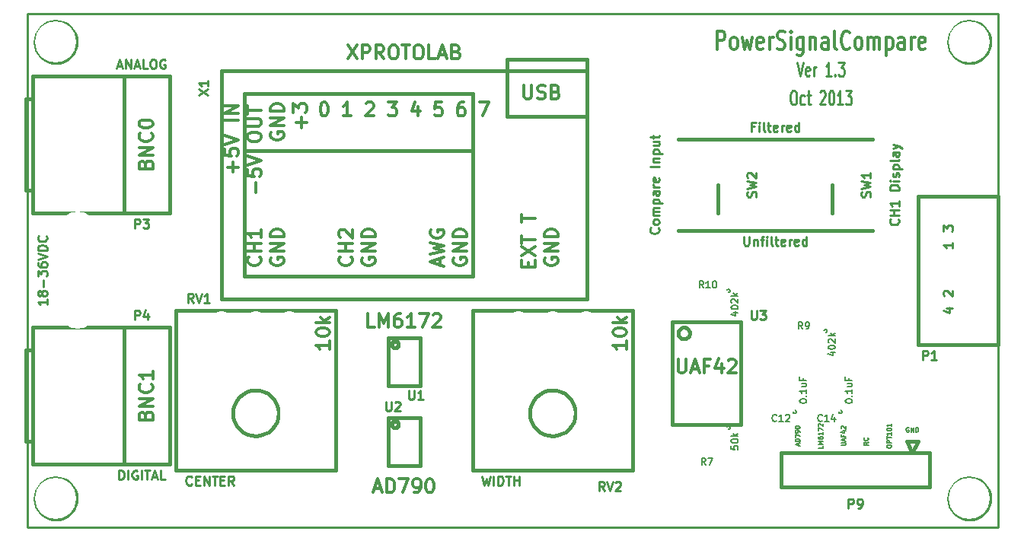
<source format=gto>
G04 (created by PCBNEW-RS274X (2011-05-25)-stable) date Wed 30 Oct 2013 02:01:52 PM EDT*
G01*
G70*
G90*
%MOIN*%
G04 Gerber Fmt 3.4, Leading zero omitted, Abs format*
%FSLAX34Y34*%
G04 APERTURE LIST*
%ADD10C,0.006000*%
%ADD11C,0.005000*%
%ADD12C,0.015000*%
%ADD13C,0.010000*%
%ADD14C,0.009000*%
%ADD15C,0.012000*%
%ADD16C,0.127000*%
%ADD17C,0.076000*%
%ADD18R,0.076000X0.076000*%
%ADD19C,0.180000*%
%ADD20C,0.080000*%
%ADD21R,0.080000X0.045000*%
%ADD22R,0.070000X0.120000*%
%ADD23R,0.120000X0.070000*%
%ADD24C,0.220000*%
%ADD25C,0.100000*%
%ADD26C,0.096000*%
%ADD27C,0.160000*%
%ADD28C,0.140000*%
%ADD29R,0.085000X0.085000*%
%ADD30C,0.085000*%
%ADD31C,0.155000*%
%ADD32R,0.145000X0.050000*%
%ADD33C,0.093000*%
%ADD34R,0.093000X0.093000*%
G04 APERTURE END LIST*
G54D10*
G54D11*
X66331Y-49288D02*
X66236Y-49355D01*
X66331Y-49402D02*
X66131Y-49402D01*
X66131Y-49326D01*
X66140Y-49307D01*
X66150Y-49298D01*
X66169Y-49288D01*
X66198Y-49288D01*
X66217Y-49298D01*
X66226Y-49307D01*
X66236Y-49326D01*
X66236Y-49402D01*
X66312Y-49088D02*
X66321Y-49098D01*
X66331Y-49126D01*
X66331Y-49145D01*
X66321Y-49174D01*
X66302Y-49193D01*
X66283Y-49202D01*
X66245Y-49212D01*
X66217Y-49212D01*
X66179Y-49202D01*
X66160Y-49193D01*
X66140Y-49174D01*
X66131Y-49145D01*
X66131Y-49126D01*
X66140Y-49098D01*
X66150Y-49088D01*
G54D12*
X58000Y-40000D02*
X66500Y-40000D01*
X58000Y-36000D02*
X66500Y-36000D01*
G54D13*
X57124Y-39886D02*
X57143Y-39905D01*
X57162Y-39962D01*
X57162Y-40000D01*
X57143Y-40058D01*
X57105Y-40096D01*
X57067Y-40115D01*
X56990Y-40134D01*
X56933Y-40134D01*
X56857Y-40115D01*
X56819Y-40096D01*
X56781Y-40058D01*
X56762Y-40000D01*
X56762Y-39962D01*
X56781Y-39905D01*
X56800Y-39886D01*
X57162Y-39658D02*
X57143Y-39696D01*
X57124Y-39715D01*
X57086Y-39734D01*
X56971Y-39734D01*
X56933Y-39715D01*
X56914Y-39696D01*
X56895Y-39658D01*
X56895Y-39600D01*
X56914Y-39562D01*
X56933Y-39543D01*
X56971Y-39524D01*
X57086Y-39524D01*
X57124Y-39543D01*
X57143Y-39562D01*
X57162Y-39600D01*
X57162Y-39658D01*
X57162Y-39353D02*
X56895Y-39353D01*
X56933Y-39353D02*
X56914Y-39334D01*
X56895Y-39296D01*
X56895Y-39238D01*
X56914Y-39200D01*
X56952Y-39181D01*
X57162Y-39181D01*
X56952Y-39181D02*
X56914Y-39162D01*
X56895Y-39124D01*
X56895Y-39067D01*
X56914Y-39029D01*
X56952Y-39010D01*
X57162Y-39010D01*
X56895Y-38820D02*
X57295Y-38820D01*
X56914Y-38820D02*
X56895Y-38782D01*
X56895Y-38705D01*
X56914Y-38667D01*
X56933Y-38648D01*
X56971Y-38629D01*
X57086Y-38629D01*
X57124Y-38648D01*
X57143Y-38667D01*
X57162Y-38705D01*
X57162Y-38782D01*
X57143Y-38820D01*
X57162Y-38286D02*
X56952Y-38286D01*
X56914Y-38305D01*
X56895Y-38343D01*
X56895Y-38420D01*
X56914Y-38458D01*
X57143Y-38286D02*
X57162Y-38324D01*
X57162Y-38420D01*
X57143Y-38458D01*
X57105Y-38477D01*
X57067Y-38477D01*
X57029Y-38458D01*
X57010Y-38420D01*
X57010Y-38324D01*
X56990Y-38286D01*
X57162Y-38096D02*
X56895Y-38096D01*
X56971Y-38096D02*
X56933Y-38077D01*
X56914Y-38058D01*
X56895Y-38020D01*
X56895Y-37981D01*
X57143Y-37695D02*
X57162Y-37733D01*
X57162Y-37810D01*
X57143Y-37848D01*
X57105Y-37867D01*
X56952Y-37867D01*
X56914Y-37848D01*
X56895Y-37810D01*
X56895Y-37733D01*
X56914Y-37695D01*
X56952Y-37676D01*
X56990Y-37676D01*
X57029Y-37867D01*
X57162Y-37200D02*
X56762Y-37200D01*
X56895Y-37010D02*
X57162Y-37010D01*
X56933Y-37010D02*
X56914Y-36991D01*
X56895Y-36953D01*
X56895Y-36895D01*
X56914Y-36857D01*
X56952Y-36838D01*
X57162Y-36838D01*
X56895Y-36648D02*
X57295Y-36648D01*
X56914Y-36648D02*
X56895Y-36610D01*
X56895Y-36533D01*
X56914Y-36495D01*
X56933Y-36476D01*
X56971Y-36457D01*
X57086Y-36457D01*
X57124Y-36476D01*
X57143Y-36495D01*
X57162Y-36533D01*
X57162Y-36610D01*
X57143Y-36648D01*
X56895Y-36114D02*
X57162Y-36114D01*
X56895Y-36286D02*
X57105Y-36286D01*
X57143Y-36267D01*
X57162Y-36229D01*
X57162Y-36171D01*
X57143Y-36133D01*
X57124Y-36114D01*
X56895Y-35981D02*
X56895Y-35829D01*
X56762Y-35924D02*
X57105Y-35924D01*
X57143Y-35905D01*
X57162Y-35867D01*
X57162Y-35829D01*
X67624Y-39505D02*
X67643Y-39524D01*
X67662Y-39581D01*
X67662Y-39619D01*
X67643Y-39677D01*
X67605Y-39715D01*
X67567Y-39734D01*
X67490Y-39753D01*
X67433Y-39753D01*
X67357Y-39734D01*
X67319Y-39715D01*
X67281Y-39677D01*
X67262Y-39619D01*
X67262Y-39581D01*
X67281Y-39524D01*
X67300Y-39505D01*
X67662Y-39334D02*
X67262Y-39334D01*
X67452Y-39334D02*
X67452Y-39105D01*
X67662Y-39105D02*
X67262Y-39105D01*
X67662Y-38705D02*
X67662Y-38934D01*
X67662Y-38820D02*
X67262Y-38820D01*
X67319Y-38858D01*
X67357Y-38896D01*
X67376Y-38934D01*
X67662Y-38229D02*
X67262Y-38229D01*
X67262Y-38134D01*
X67281Y-38076D01*
X67319Y-38038D01*
X67357Y-38019D01*
X67433Y-38000D01*
X67490Y-38000D01*
X67567Y-38019D01*
X67605Y-38038D01*
X67643Y-38076D01*
X67662Y-38134D01*
X67662Y-38229D01*
X67662Y-37829D02*
X67395Y-37829D01*
X67262Y-37829D02*
X67281Y-37848D01*
X67300Y-37829D01*
X67281Y-37810D01*
X67262Y-37829D01*
X67300Y-37829D01*
X67643Y-37658D02*
X67662Y-37620D01*
X67662Y-37544D01*
X67643Y-37505D01*
X67605Y-37486D01*
X67586Y-37486D01*
X67548Y-37505D01*
X67529Y-37544D01*
X67529Y-37601D01*
X67510Y-37639D01*
X67471Y-37658D01*
X67452Y-37658D01*
X67414Y-37639D01*
X67395Y-37601D01*
X67395Y-37544D01*
X67414Y-37505D01*
X67395Y-37315D02*
X67795Y-37315D01*
X67414Y-37315D02*
X67395Y-37277D01*
X67395Y-37200D01*
X67414Y-37162D01*
X67433Y-37143D01*
X67471Y-37124D01*
X67586Y-37124D01*
X67624Y-37143D01*
X67643Y-37162D01*
X67662Y-37200D01*
X67662Y-37277D01*
X67643Y-37315D01*
X67662Y-36896D02*
X67643Y-36934D01*
X67605Y-36953D01*
X67262Y-36953D01*
X67662Y-36571D02*
X67452Y-36571D01*
X67414Y-36590D01*
X67395Y-36628D01*
X67395Y-36705D01*
X67414Y-36743D01*
X67643Y-36571D02*
X67662Y-36609D01*
X67662Y-36705D01*
X67643Y-36743D01*
X67605Y-36762D01*
X67567Y-36762D01*
X67529Y-36743D01*
X67510Y-36705D01*
X67510Y-36609D01*
X67490Y-36571D01*
X67395Y-36419D02*
X67662Y-36324D01*
X67395Y-36228D02*
X67662Y-36324D01*
X67757Y-36362D01*
X67776Y-36381D01*
X67795Y-36419D01*
X61345Y-35452D02*
X61211Y-35452D01*
X61211Y-35662D02*
X61211Y-35262D01*
X61402Y-35262D01*
X61554Y-35662D02*
X61554Y-35395D01*
X61554Y-35262D02*
X61535Y-35281D01*
X61554Y-35300D01*
X61573Y-35281D01*
X61554Y-35262D01*
X61554Y-35300D01*
X61801Y-35662D02*
X61763Y-35643D01*
X61744Y-35605D01*
X61744Y-35262D01*
X61897Y-35395D02*
X62049Y-35395D01*
X61954Y-35262D02*
X61954Y-35605D01*
X61973Y-35643D01*
X62011Y-35662D01*
X62049Y-35662D01*
X62336Y-35643D02*
X62298Y-35662D01*
X62221Y-35662D01*
X62183Y-35643D01*
X62164Y-35605D01*
X62164Y-35452D01*
X62183Y-35414D01*
X62221Y-35395D01*
X62298Y-35395D01*
X62336Y-35414D01*
X62355Y-35452D01*
X62355Y-35490D01*
X62164Y-35529D01*
X62526Y-35662D02*
X62526Y-35395D01*
X62526Y-35471D02*
X62545Y-35433D01*
X62564Y-35414D01*
X62602Y-35395D01*
X62641Y-35395D01*
X62927Y-35643D02*
X62889Y-35662D01*
X62812Y-35662D01*
X62774Y-35643D01*
X62755Y-35605D01*
X62755Y-35452D01*
X62774Y-35414D01*
X62812Y-35395D01*
X62889Y-35395D01*
X62927Y-35414D01*
X62946Y-35452D01*
X62946Y-35490D01*
X62755Y-35529D01*
X63289Y-35662D02*
X63289Y-35262D01*
X63289Y-35643D02*
X63251Y-35662D01*
X63174Y-35662D01*
X63136Y-35643D01*
X63117Y-35624D01*
X63098Y-35586D01*
X63098Y-35471D01*
X63117Y-35433D01*
X63136Y-35414D01*
X63174Y-35395D01*
X63251Y-35395D01*
X63289Y-35414D01*
X60878Y-40262D02*
X60878Y-40586D01*
X60897Y-40624D01*
X60916Y-40643D01*
X60954Y-40662D01*
X61031Y-40662D01*
X61069Y-40643D01*
X61088Y-40624D01*
X61107Y-40586D01*
X61107Y-40262D01*
X61297Y-40395D02*
X61297Y-40662D01*
X61297Y-40433D02*
X61316Y-40414D01*
X61354Y-40395D01*
X61412Y-40395D01*
X61450Y-40414D01*
X61469Y-40452D01*
X61469Y-40662D01*
X61602Y-40395D02*
X61754Y-40395D01*
X61659Y-40662D02*
X61659Y-40319D01*
X61678Y-40281D01*
X61716Y-40262D01*
X61754Y-40262D01*
X61888Y-40662D02*
X61888Y-40395D01*
X61888Y-40262D02*
X61869Y-40281D01*
X61888Y-40300D01*
X61907Y-40281D01*
X61888Y-40262D01*
X61888Y-40300D01*
X62135Y-40662D02*
X62097Y-40643D01*
X62078Y-40605D01*
X62078Y-40262D01*
X62231Y-40395D02*
X62383Y-40395D01*
X62288Y-40262D02*
X62288Y-40605D01*
X62307Y-40643D01*
X62345Y-40662D01*
X62383Y-40662D01*
X62670Y-40643D02*
X62632Y-40662D01*
X62555Y-40662D01*
X62517Y-40643D01*
X62498Y-40605D01*
X62498Y-40452D01*
X62517Y-40414D01*
X62555Y-40395D01*
X62632Y-40395D01*
X62670Y-40414D01*
X62689Y-40452D01*
X62689Y-40490D01*
X62498Y-40529D01*
X62860Y-40662D02*
X62860Y-40395D01*
X62860Y-40471D02*
X62879Y-40433D01*
X62898Y-40414D01*
X62936Y-40395D01*
X62975Y-40395D01*
X63261Y-40643D02*
X63223Y-40662D01*
X63146Y-40662D01*
X63108Y-40643D01*
X63089Y-40605D01*
X63089Y-40452D01*
X63108Y-40414D01*
X63146Y-40395D01*
X63223Y-40395D01*
X63261Y-40414D01*
X63280Y-40452D01*
X63280Y-40490D01*
X63089Y-40529D01*
X63623Y-40662D02*
X63623Y-40262D01*
X63623Y-40643D02*
X63585Y-40662D01*
X63508Y-40662D01*
X63470Y-40643D01*
X63451Y-40624D01*
X63432Y-40586D01*
X63432Y-40471D01*
X63451Y-40433D01*
X63470Y-40414D01*
X63508Y-40395D01*
X63585Y-40395D01*
X63623Y-40414D01*
X30362Y-43026D02*
X30362Y-43255D01*
X30362Y-43141D02*
X29962Y-43141D01*
X30019Y-43179D01*
X30057Y-43217D01*
X30076Y-43255D01*
X30133Y-42798D02*
X30114Y-42836D01*
X30095Y-42855D01*
X30057Y-42874D01*
X30038Y-42874D01*
X30000Y-42855D01*
X29981Y-42836D01*
X29962Y-42798D01*
X29962Y-42721D01*
X29981Y-42683D01*
X30000Y-42664D01*
X30038Y-42645D01*
X30057Y-42645D01*
X30095Y-42664D01*
X30114Y-42683D01*
X30133Y-42721D01*
X30133Y-42798D01*
X30152Y-42836D01*
X30171Y-42855D01*
X30210Y-42874D01*
X30286Y-42874D01*
X30324Y-42855D01*
X30343Y-42836D01*
X30362Y-42798D01*
X30362Y-42721D01*
X30343Y-42683D01*
X30324Y-42664D01*
X30286Y-42645D01*
X30210Y-42645D01*
X30171Y-42664D01*
X30152Y-42683D01*
X30133Y-42721D01*
X30210Y-42474D02*
X30210Y-42169D01*
X29962Y-42017D02*
X29962Y-41769D01*
X30114Y-41903D01*
X30114Y-41845D01*
X30133Y-41807D01*
X30152Y-41788D01*
X30190Y-41769D01*
X30286Y-41769D01*
X30324Y-41788D01*
X30343Y-41807D01*
X30362Y-41845D01*
X30362Y-41960D01*
X30343Y-41998D01*
X30324Y-42017D01*
X29962Y-41426D02*
X29962Y-41503D01*
X29981Y-41541D01*
X30000Y-41560D01*
X30057Y-41598D01*
X30133Y-41617D01*
X30286Y-41617D01*
X30324Y-41598D01*
X30343Y-41579D01*
X30362Y-41541D01*
X30362Y-41464D01*
X30343Y-41426D01*
X30324Y-41407D01*
X30286Y-41388D01*
X30190Y-41388D01*
X30152Y-41407D01*
X30133Y-41426D01*
X30114Y-41464D01*
X30114Y-41541D01*
X30133Y-41579D01*
X30152Y-41598D01*
X30190Y-41617D01*
X29962Y-41274D02*
X30362Y-41141D01*
X29962Y-41007D01*
X30362Y-40874D02*
X29962Y-40874D01*
X29962Y-40779D01*
X29981Y-40721D01*
X30019Y-40683D01*
X30057Y-40664D01*
X30133Y-40645D01*
X30190Y-40645D01*
X30267Y-40664D01*
X30305Y-40683D01*
X30343Y-40721D01*
X30362Y-40779D01*
X30362Y-40874D01*
X30324Y-40245D02*
X30343Y-40264D01*
X30362Y-40321D01*
X30362Y-40359D01*
X30343Y-40417D01*
X30305Y-40455D01*
X30267Y-40474D01*
X30190Y-40493D01*
X30133Y-40493D01*
X30057Y-40474D01*
X30019Y-40455D01*
X29981Y-40417D01*
X29962Y-40359D01*
X29962Y-40321D01*
X29981Y-40264D01*
X30000Y-40245D01*
X33519Y-50912D02*
X33519Y-50512D01*
X33614Y-50512D01*
X33672Y-50531D01*
X33710Y-50569D01*
X33729Y-50607D01*
X33748Y-50683D01*
X33748Y-50740D01*
X33729Y-50817D01*
X33710Y-50855D01*
X33672Y-50893D01*
X33614Y-50912D01*
X33519Y-50912D01*
X33919Y-50912D02*
X33919Y-50512D01*
X34319Y-50531D02*
X34281Y-50512D01*
X34224Y-50512D01*
X34166Y-50531D01*
X34128Y-50569D01*
X34109Y-50607D01*
X34090Y-50683D01*
X34090Y-50740D01*
X34109Y-50817D01*
X34128Y-50855D01*
X34166Y-50893D01*
X34224Y-50912D01*
X34262Y-50912D01*
X34319Y-50893D01*
X34338Y-50874D01*
X34338Y-50740D01*
X34262Y-50740D01*
X34509Y-50912D02*
X34509Y-50512D01*
X34642Y-50512D02*
X34871Y-50512D01*
X34756Y-50912D02*
X34756Y-50512D01*
X34985Y-50798D02*
X35176Y-50798D01*
X34947Y-50912D02*
X35080Y-50512D01*
X35214Y-50912D01*
X35538Y-50912D02*
X35347Y-50912D01*
X35347Y-50512D01*
X33452Y-32798D02*
X33643Y-32798D01*
X33414Y-32912D02*
X33547Y-32512D01*
X33681Y-32912D01*
X33814Y-32912D02*
X33814Y-32512D01*
X34043Y-32912D01*
X34043Y-32512D01*
X34214Y-32798D02*
X34405Y-32798D01*
X34176Y-32912D02*
X34309Y-32512D01*
X34443Y-32912D01*
X34767Y-32912D02*
X34576Y-32912D01*
X34576Y-32512D01*
X34976Y-32512D02*
X35053Y-32512D01*
X35091Y-32531D01*
X35129Y-32569D01*
X35148Y-32645D01*
X35148Y-32779D01*
X35129Y-32855D01*
X35091Y-32893D01*
X35053Y-32912D01*
X34976Y-32912D01*
X34938Y-32893D01*
X34900Y-32855D01*
X34881Y-32779D01*
X34881Y-32645D01*
X34900Y-32569D01*
X34938Y-32531D01*
X34976Y-32512D01*
X35529Y-32531D02*
X35491Y-32512D01*
X35434Y-32512D01*
X35376Y-32531D01*
X35338Y-32569D01*
X35319Y-32607D01*
X35300Y-32683D01*
X35300Y-32740D01*
X35319Y-32817D01*
X35338Y-32855D01*
X35376Y-32893D01*
X35434Y-32912D01*
X35472Y-32912D01*
X35529Y-32893D01*
X35548Y-32874D01*
X35548Y-32740D01*
X35472Y-32740D01*
X49422Y-50762D02*
X49517Y-51162D01*
X49594Y-50876D01*
X49670Y-51162D01*
X49765Y-50762D01*
X49917Y-51162D02*
X49917Y-50762D01*
X50107Y-51162D02*
X50107Y-50762D01*
X50202Y-50762D01*
X50260Y-50781D01*
X50298Y-50819D01*
X50317Y-50857D01*
X50336Y-50933D01*
X50336Y-50990D01*
X50317Y-51067D01*
X50298Y-51105D01*
X50260Y-51143D01*
X50202Y-51162D01*
X50107Y-51162D01*
X50450Y-50762D02*
X50679Y-50762D01*
X50564Y-51162D02*
X50564Y-50762D01*
X50812Y-51162D02*
X50812Y-50762D01*
X50812Y-50952D02*
X51041Y-50952D01*
X51041Y-51162D02*
X51041Y-50762D01*
X36700Y-51124D02*
X36681Y-51143D01*
X36624Y-51162D01*
X36586Y-51162D01*
X36528Y-51143D01*
X36490Y-51105D01*
X36471Y-51067D01*
X36452Y-50990D01*
X36452Y-50933D01*
X36471Y-50857D01*
X36490Y-50819D01*
X36528Y-50781D01*
X36586Y-50762D01*
X36624Y-50762D01*
X36681Y-50781D01*
X36700Y-50800D01*
X36871Y-50952D02*
X37005Y-50952D01*
X37062Y-51162D02*
X36871Y-51162D01*
X36871Y-50762D01*
X37062Y-50762D01*
X37233Y-51162D02*
X37233Y-50762D01*
X37462Y-51162D01*
X37462Y-50762D01*
X37595Y-50762D02*
X37824Y-50762D01*
X37709Y-51162D02*
X37709Y-50762D01*
X37957Y-50952D02*
X38091Y-50952D01*
X38148Y-51162D02*
X37957Y-51162D01*
X37957Y-50762D01*
X38148Y-50762D01*
X38548Y-51162D02*
X38414Y-50971D01*
X38319Y-51162D02*
X38319Y-50762D01*
X38472Y-50762D01*
X38510Y-50781D01*
X38529Y-50800D01*
X38548Y-50838D01*
X38548Y-50895D01*
X38529Y-50933D01*
X38510Y-50952D01*
X38472Y-50971D01*
X38319Y-50971D01*
G54D11*
X68097Y-48640D02*
X68078Y-48631D01*
X68050Y-48631D01*
X68021Y-48640D01*
X68002Y-48660D01*
X67993Y-48679D01*
X67983Y-48717D01*
X67983Y-48745D01*
X67993Y-48783D01*
X68002Y-48802D01*
X68021Y-48821D01*
X68050Y-48831D01*
X68069Y-48831D01*
X68097Y-48821D01*
X68107Y-48812D01*
X68107Y-48745D01*
X68069Y-48745D01*
X68193Y-48831D02*
X68193Y-48631D01*
X68307Y-48831D01*
X68307Y-48631D01*
X68403Y-48831D02*
X68403Y-48631D01*
X68450Y-48631D01*
X68479Y-48640D01*
X68498Y-48660D01*
X68507Y-48679D01*
X68517Y-48717D01*
X68517Y-48745D01*
X68507Y-48783D01*
X68498Y-48802D01*
X68479Y-48821D01*
X68450Y-48831D01*
X68403Y-48831D01*
X67131Y-49480D02*
X67131Y-49442D01*
X67140Y-49423D01*
X67160Y-49404D01*
X67198Y-49395D01*
X67264Y-49395D01*
X67302Y-49404D01*
X67321Y-49423D01*
X67331Y-49442D01*
X67331Y-49480D01*
X67321Y-49499D01*
X67302Y-49518D01*
X67264Y-49528D01*
X67198Y-49528D01*
X67160Y-49518D01*
X67140Y-49499D01*
X67131Y-49480D01*
X67331Y-49308D02*
X67131Y-49308D01*
X67131Y-49232D01*
X67140Y-49213D01*
X67150Y-49204D01*
X67169Y-49194D01*
X67198Y-49194D01*
X67217Y-49204D01*
X67226Y-49213D01*
X67236Y-49232D01*
X67236Y-49308D01*
X67131Y-49137D02*
X67131Y-49023D01*
X67331Y-49080D02*
X67131Y-49080D01*
X67331Y-48852D02*
X67331Y-48966D01*
X67331Y-48909D02*
X67131Y-48909D01*
X67160Y-48928D01*
X67179Y-48947D01*
X67188Y-48966D01*
X67131Y-48728D02*
X67131Y-48709D01*
X67140Y-48690D01*
X67150Y-48681D01*
X67169Y-48671D01*
X67207Y-48662D01*
X67255Y-48662D01*
X67293Y-48671D01*
X67312Y-48681D01*
X67321Y-48690D01*
X67331Y-48709D01*
X67331Y-48728D01*
X67321Y-48747D01*
X67312Y-48757D01*
X67293Y-48766D01*
X67255Y-48776D01*
X67207Y-48776D01*
X67169Y-48766D01*
X67150Y-48757D01*
X67140Y-48747D01*
X67131Y-48728D01*
X67331Y-48472D02*
X67331Y-48586D01*
X67331Y-48529D02*
X67131Y-48529D01*
X67160Y-48548D01*
X67179Y-48567D01*
X67188Y-48586D01*
X65131Y-49418D02*
X65293Y-49418D01*
X65312Y-49409D01*
X65321Y-49399D01*
X65331Y-49380D01*
X65331Y-49342D01*
X65321Y-49323D01*
X65312Y-49314D01*
X65293Y-49304D01*
X65131Y-49304D01*
X65274Y-49218D02*
X65274Y-49123D01*
X65331Y-49237D02*
X65131Y-49170D01*
X65331Y-49104D01*
X65226Y-48971D02*
X65226Y-49037D01*
X65331Y-49037D02*
X65131Y-49037D01*
X65131Y-48942D01*
X65198Y-48781D02*
X65331Y-48781D01*
X65121Y-48828D02*
X65264Y-48876D01*
X65264Y-48752D01*
X65150Y-48686D02*
X65140Y-48676D01*
X65131Y-48657D01*
X65131Y-48610D01*
X65140Y-48591D01*
X65150Y-48581D01*
X65169Y-48572D01*
X65188Y-48572D01*
X65217Y-48581D01*
X65331Y-48695D01*
X65331Y-48572D01*
X63274Y-49432D02*
X63274Y-49337D01*
X63331Y-49451D02*
X63131Y-49384D01*
X63331Y-49318D01*
X63331Y-49251D02*
X63131Y-49251D01*
X63131Y-49204D01*
X63140Y-49175D01*
X63160Y-49156D01*
X63179Y-49147D01*
X63217Y-49137D01*
X63245Y-49137D01*
X63283Y-49147D01*
X63302Y-49156D01*
X63321Y-49175D01*
X63331Y-49204D01*
X63331Y-49251D01*
X63131Y-49070D02*
X63131Y-48937D01*
X63331Y-49023D01*
X63331Y-48852D02*
X63331Y-48814D01*
X63321Y-48795D01*
X63312Y-48785D01*
X63283Y-48766D01*
X63245Y-48757D01*
X63169Y-48757D01*
X63150Y-48766D01*
X63140Y-48776D01*
X63131Y-48795D01*
X63131Y-48833D01*
X63140Y-48852D01*
X63150Y-48861D01*
X63169Y-48871D01*
X63217Y-48871D01*
X63236Y-48861D01*
X63245Y-48852D01*
X63255Y-48833D01*
X63255Y-48795D01*
X63245Y-48776D01*
X63236Y-48766D01*
X63217Y-48757D01*
X63131Y-48633D02*
X63131Y-48614D01*
X63140Y-48595D01*
X63150Y-48586D01*
X63169Y-48576D01*
X63207Y-48567D01*
X63255Y-48567D01*
X63293Y-48576D01*
X63312Y-48586D01*
X63321Y-48595D01*
X63331Y-48614D01*
X63331Y-48633D01*
X63321Y-48652D01*
X63312Y-48662D01*
X63293Y-48671D01*
X63255Y-48681D01*
X63207Y-48681D01*
X63169Y-48671D01*
X63150Y-48662D01*
X63140Y-48652D01*
X63131Y-48633D01*
X64331Y-49432D02*
X64331Y-49527D01*
X64131Y-49527D01*
X64331Y-49365D02*
X64131Y-49365D01*
X64274Y-49299D01*
X64131Y-49232D01*
X64331Y-49232D01*
X64131Y-49051D02*
X64131Y-49089D01*
X64140Y-49108D01*
X64150Y-49117D01*
X64179Y-49136D01*
X64217Y-49146D01*
X64293Y-49146D01*
X64312Y-49136D01*
X64321Y-49127D01*
X64331Y-49108D01*
X64331Y-49070D01*
X64321Y-49051D01*
X64312Y-49041D01*
X64293Y-49032D01*
X64245Y-49032D01*
X64226Y-49041D01*
X64217Y-49051D01*
X64207Y-49070D01*
X64207Y-49108D01*
X64217Y-49127D01*
X64226Y-49136D01*
X64245Y-49146D01*
X64331Y-48842D02*
X64331Y-48956D01*
X64331Y-48899D02*
X64131Y-48899D01*
X64160Y-48918D01*
X64179Y-48937D01*
X64188Y-48956D01*
X64131Y-48775D02*
X64131Y-48642D01*
X64331Y-48728D01*
X64150Y-48576D02*
X64140Y-48566D01*
X64131Y-48547D01*
X64131Y-48500D01*
X64140Y-48481D01*
X64150Y-48471D01*
X64169Y-48462D01*
X64188Y-48462D01*
X64217Y-48471D01*
X64331Y-48585D01*
X64331Y-48462D01*
G54D14*
X29500Y-30500D02*
X29500Y-53000D01*
X72000Y-30500D02*
X29500Y-30500D01*
X72000Y-53000D02*
X72000Y-30500D01*
X29500Y-53000D02*
X72000Y-53000D01*
G54D13*
X63011Y-33893D02*
X63088Y-33893D01*
X63126Y-33921D01*
X63164Y-33979D01*
X63183Y-34093D01*
X63183Y-34293D01*
X63164Y-34407D01*
X63126Y-34464D01*
X63088Y-34493D01*
X63011Y-34493D01*
X62973Y-34464D01*
X62935Y-34407D01*
X62916Y-34293D01*
X62916Y-34093D01*
X62935Y-33979D01*
X62973Y-33921D01*
X63011Y-33893D01*
X63526Y-34464D02*
X63488Y-34493D01*
X63411Y-34493D01*
X63373Y-34464D01*
X63354Y-34436D01*
X63335Y-34379D01*
X63335Y-34207D01*
X63354Y-34150D01*
X63373Y-34121D01*
X63411Y-34093D01*
X63488Y-34093D01*
X63526Y-34121D01*
X63640Y-34093D02*
X63792Y-34093D01*
X63697Y-33893D02*
X63697Y-34407D01*
X63716Y-34464D01*
X63754Y-34493D01*
X63792Y-34493D01*
X64212Y-33950D02*
X64231Y-33921D01*
X64269Y-33893D01*
X64365Y-33893D01*
X64403Y-33921D01*
X64422Y-33950D01*
X64441Y-34007D01*
X64441Y-34064D01*
X64422Y-34150D01*
X64193Y-34493D01*
X64441Y-34493D01*
X64688Y-33893D02*
X64727Y-33893D01*
X64765Y-33921D01*
X64784Y-33950D01*
X64803Y-34007D01*
X64822Y-34121D01*
X64822Y-34264D01*
X64803Y-34379D01*
X64784Y-34436D01*
X64765Y-34464D01*
X64727Y-34493D01*
X64688Y-34493D01*
X64650Y-34464D01*
X64631Y-34436D01*
X64612Y-34379D01*
X64593Y-34264D01*
X64593Y-34121D01*
X64612Y-34007D01*
X64631Y-33950D01*
X64650Y-33921D01*
X64688Y-33893D01*
X65203Y-34493D02*
X64974Y-34493D01*
X65088Y-34493D02*
X65088Y-33893D01*
X65050Y-33979D01*
X65012Y-34036D01*
X64974Y-34064D01*
X65336Y-33893D02*
X65584Y-33893D01*
X65450Y-34121D01*
X65508Y-34121D01*
X65546Y-34150D01*
X65565Y-34179D01*
X65584Y-34236D01*
X65584Y-34379D01*
X65565Y-34436D01*
X65546Y-34464D01*
X65508Y-34493D01*
X65393Y-34493D01*
X65355Y-34464D01*
X65336Y-34436D01*
X63193Y-32643D02*
X63326Y-33243D01*
X63460Y-32643D01*
X63746Y-33214D02*
X63708Y-33243D01*
X63631Y-33243D01*
X63593Y-33214D01*
X63574Y-33157D01*
X63574Y-32929D01*
X63593Y-32871D01*
X63631Y-32843D01*
X63708Y-32843D01*
X63746Y-32871D01*
X63765Y-32929D01*
X63765Y-32986D01*
X63574Y-33043D01*
X63936Y-33243D02*
X63936Y-32843D01*
X63936Y-32957D02*
X63955Y-32900D01*
X63974Y-32871D01*
X64012Y-32843D01*
X64051Y-32843D01*
X64699Y-33243D02*
X64470Y-33243D01*
X64584Y-33243D02*
X64584Y-32643D01*
X64546Y-32729D01*
X64508Y-32786D01*
X64470Y-32814D01*
X64870Y-33186D02*
X64889Y-33214D01*
X64870Y-33243D01*
X64851Y-33214D01*
X64870Y-33186D01*
X64870Y-33243D01*
X65022Y-32643D02*
X65270Y-32643D01*
X65136Y-32871D01*
X65194Y-32871D01*
X65232Y-32900D01*
X65251Y-32929D01*
X65270Y-32986D01*
X65270Y-33129D01*
X65251Y-33186D01*
X65232Y-33214D01*
X65194Y-33243D01*
X65079Y-33243D01*
X65041Y-33214D01*
X65022Y-33186D01*
G54D15*
X59708Y-32074D02*
X59708Y-31274D01*
X59936Y-31274D01*
X59994Y-31312D01*
X60022Y-31350D01*
X60051Y-31426D01*
X60051Y-31540D01*
X60022Y-31617D01*
X59994Y-31655D01*
X59936Y-31693D01*
X59708Y-31693D01*
X60394Y-32074D02*
X60336Y-32036D01*
X60308Y-31998D01*
X60279Y-31921D01*
X60279Y-31693D01*
X60308Y-31617D01*
X60336Y-31579D01*
X60394Y-31540D01*
X60479Y-31540D01*
X60536Y-31579D01*
X60565Y-31617D01*
X60594Y-31693D01*
X60594Y-31921D01*
X60565Y-31998D01*
X60536Y-32036D01*
X60479Y-32074D01*
X60394Y-32074D01*
X60794Y-31540D02*
X60908Y-32074D01*
X61022Y-31693D01*
X61137Y-32074D01*
X61251Y-31540D01*
X61708Y-32036D02*
X61651Y-32074D01*
X61537Y-32074D01*
X61480Y-32036D01*
X61451Y-31960D01*
X61451Y-31655D01*
X61480Y-31579D01*
X61537Y-31540D01*
X61651Y-31540D01*
X61708Y-31579D01*
X61737Y-31655D01*
X61737Y-31731D01*
X61451Y-31807D01*
X61994Y-32074D02*
X61994Y-31540D01*
X61994Y-31693D02*
X62022Y-31617D01*
X62051Y-31579D01*
X62108Y-31540D01*
X62165Y-31540D01*
X62336Y-32036D02*
X62422Y-32074D01*
X62565Y-32074D01*
X62622Y-32036D01*
X62651Y-31998D01*
X62679Y-31921D01*
X62679Y-31845D01*
X62651Y-31769D01*
X62622Y-31731D01*
X62565Y-31693D01*
X62451Y-31655D01*
X62393Y-31617D01*
X62365Y-31579D01*
X62336Y-31502D01*
X62336Y-31426D01*
X62365Y-31350D01*
X62393Y-31312D01*
X62451Y-31274D01*
X62593Y-31274D01*
X62679Y-31312D01*
X62936Y-32074D02*
X62936Y-31540D01*
X62936Y-31274D02*
X62907Y-31312D01*
X62936Y-31350D01*
X62964Y-31312D01*
X62936Y-31274D01*
X62936Y-31350D01*
X63479Y-31540D02*
X63479Y-32188D01*
X63450Y-32264D01*
X63422Y-32302D01*
X63365Y-32340D01*
X63279Y-32340D01*
X63222Y-32302D01*
X63479Y-32036D02*
X63422Y-32074D01*
X63308Y-32074D01*
X63250Y-32036D01*
X63222Y-31998D01*
X63193Y-31921D01*
X63193Y-31693D01*
X63222Y-31617D01*
X63250Y-31579D01*
X63308Y-31540D01*
X63422Y-31540D01*
X63479Y-31579D01*
X63765Y-31540D02*
X63765Y-32074D01*
X63765Y-31617D02*
X63793Y-31579D01*
X63851Y-31540D01*
X63936Y-31540D01*
X63993Y-31579D01*
X64022Y-31655D01*
X64022Y-32074D01*
X64565Y-32074D02*
X64565Y-31655D01*
X64536Y-31579D01*
X64479Y-31540D01*
X64365Y-31540D01*
X64308Y-31579D01*
X64565Y-32036D02*
X64508Y-32074D01*
X64365Y-32074D01*
X64308Y-32036D01*
X64279Y-31960D01*
X64279Y-31883D01*
X64308Y-31807D01*
X64365Y-31769D01*
X64508Y-31769D01*
X64565Y-31731D01*
X64937Y-32074D02*
X64879Y-32036D01*
X64851Y-31960D01*
X64851Y-31274D01*
X65508Y-31998D02*
X65479Y-32036D01*
X65393Y-32074D01*
X65336Y-32074D01*
X65251Y-32036D01*
X65193Y-31960D01*
X65165Y-31883D01*
X65136Y-31731D01*
X65136Y-31617D01*
X65165Y-31464D01*
X65193Y-31388D01*
X65251Y-31312D01*
X65336Y-31274D01*
X65393Y-31274D01*
X65479Y-31312D01*
X65508Y-31350D01*
X65851Y-32074D02*
X65793Y-32036D01*
X65765Y-31998D01*
X65736Y-31921D01*
X65736Y-31693D01*
X65765Y-31617D01*
X65793Y-31579D01*
X65851Y-31540D01*
X65936Y-31540D01*
X65993Y-31579D01*
X66022Y-31617D01*
X66051Y-31693D01*
X66051Y-31921D01*
X66022Y-31998D01*
X65993Y-32036D01*
X65936Y-32074D01*
X65851Y-32074D01*
X66308Y-32074D02*
X66308Y-31540D01*
X66308Y-31617D02*
X66336Y-31579D01*
X66394Y-31540D01*
X66479Y-31540D01*
X66536Y-31579D01*
X66565Y-31655D01*
X66565Y-32074D01*
X66565Y-31655D02*
X66594Y-31579D01*
X66651Y-31540D01*
X66736Y-31540D01*
X66794Y-31579D01*
X66822Y-31655D01*
X66822Y-32074D01*
X67108Y-31540D02*
X67108Y-32340D01*
X67108Y-31579D02*
X67165Y-31540D01*
X67279Y-31540D01*
X67336Y-31579D01*
X67365Y-31617D01*
X67394Y-31693D01*
X67394Y-31921D01*
X67365Y-31998D01*
X67336Y-32036D01*
X67279Y-32074D01*
X67165Y-32074D01*
X67108Y-32036D01*
X67908Y-32074D02*
X67908Y-31655D01*
X67879Y-31579D01*
X67822Y-31540D01*
X67708Y-31540D01*
X67651Y-31579D01*
X67908Y-32036D02*
X67851Y-32074D01*
X67708Y-32074D01*
X67651Y-32036D01*
X67622Y-31960D01*
X67622Y-31883D01*
X67651Y-31807D01*
X67708Y-31769D01*
X67851Y-31769D01*
X67908Y-31731D01*
X68194Y-32074D02*
X68194Y-31540D01*
X68194Y-31693D02*
X68222Y-31617D01*
X68251Y-31579D01*
X68308Y-31540D01*
X68365Y-31540D01*
X68793Y-32036D02*
X68736Y-32074D01*
X68622Y-32074D01*
X68565Y-32036D01*
X68536Y-31960D01*
X68536Y-31655D01*
X68565Y-31579D01*
X68622Y-31540D01*
X68736Y-31540D01*
X68793Y-31579D01*
X68822Y-31655D01*
X68822Y-31731D01*
X68536Y-31807D01*
G54D12*
X72000Y-38500D02*
X68500Y-38500D01*
X68500Y-38500D02*
X68500Y-45000D01*
X68500Y-45000D02*
X72000Y-45000D01*
X72000Y-38500D02*
X72000Y-45000D01*
X31650Y-51750D02*
X31632Y-51924D01*
X31582Y-52092D01*
X31499Y-52248D01*
X31388Y-52384D01*
X31253Y-52496D01*
X31098Y-52579D01*
X30930Y-52631D01*
X30756Y-52649D01*
X30582Y-52634D01*
X30413Y-52584D01*
X30258Y-52503D01*
X30121Y-52393D01*
X30008Y-52258D01*
X29923Y-52104D01*
X29870Y-51937D01*
X29851Y-51762D01*
X29865Y-51588D01*
X29914Y-51419D01*
X29994Y-51263D01*
X30103Y-51125D01*
X30237Y-51011D01*
X30390Y-50926D01*
X30557Y-50871D01*
X30732Y-50851D01*
X30906Y-50864D01*
X31075Y-50911D01*
X31232Y-50991D01*
X31370Y-51099D01*
X31485Y-51232D01*
X31572Y-51384D01*
X31627Y-51551D01*
X31649Y-51725D01*
X31650Y-51750D01*
X71650Y-31750D02*
X71632Y-31924D01*
X71582Y-32092D01*
X71499Y-32248D01*
X71388Y-32384D01*
X71253Y-32496D01*
X71098Y-32579D01*
X70930Y-32631D01*
X70756Y-32649D01*
X70582Y-32634D01*
X70413Y-32584D01*
X70258Y-32503D01*
X70121Y-32393D01*
X70008Y-32258D01*
X69923Y-32104D01*
X69870Y-31937D01*
X69851Y-31762D01*
X69865Y-31588D01*
X69914Y-31419D01*
X69994Y-31263D01*
X70103Y-31125D01*
X70237Y-31011D01*
X70390Y-30926D01*
X70557Y-30871D01*
X70732Y-30851D01*
X70906Y-30864D01*
X71075Y-30911D01*
X71232Y-30991D01*
X71370Y-31099D01*
X71485Y-31232D01*
X71572Y-31384D01*
X71627Y-31551D01*
X71649Y-31725D01*
X71650Y-31750D01*
X31650Y-31750D02*
X31632Y-31924D01*
X31582Y-32092D01*
X31499Y-32248D01*
X31388Y-32384D01*
X31253Y-32496D01*
X31098Y-32579D01*
X30930Y-32631D01*
X30756Y-32649D01*
X30582Y-32634D01*
X30413Y-32584D01*
X30258Y-32503D01*
X30121Y-32393D01*
X30008Y-32258D01*
X29923Y-32104D01*
X29870Y-31937D01*
X29851Y-31762D01*
X29865Y-31588D01*
X29914Y-31419D01*
X29994Y-31263D01*
X30103Y-31125D01*
X30237Y-31011D01*
X30390Y-30926D01*
X30557Y-30871D01*
X30732Y-30851D01*
X30906Y-30864D01*
X31075Y-30911D01*
X31232Y-30991D01*
X31370Y-31099D01*
X31485Y-31232D01*
X31572Y-31384D01*
X31627Y-31551D01*
X31649Y-31725D01*
X31650Y-31750D01*
X71650Y-51750D02*
X71632Y-51924D01*
X71582Y-52092D01*
X71499Y-52248D01*
X71388Y-52384D01*
X71253Y-52496D01*
X71098Y-52579D01*
X70930Y-52631D01*
X70756Y-52649D01*
X70582Y-52634D01*
X70413Y-52584D01*
X70258Y-52503D01*
X70121Y-52393D01*
X70008Y-52258D01*
X69923Y-52104D01*
X69870Y-51937D01*
X69851Y-51762D01*
X69865Y-51588D01*
X69914Y-51419D01*
X69994Y-51263D01*
X70103Y-51125D01*
X70237Y-51011D01*
X70390Y-50926D01*
X70557Y-50871D01*
X70732Y-50851D01*
X70906Y-50864D01*
X71075Y-50911D01*
X71232Y-50991D01*
X71370Y-51099D01*
X71485Y-51232D01*
X71572Y-51384D01*
X71627Y-51551D01*
X71649Y-51725D01*
X71650Y-51750D01*
X49000Y-36500D02*
X39000Y-36500D01*
X49000Y-34000D02*
X39000Y-34000D01*
X39000Y-34000D02*
X39000Y-42000D01*
X39000Y-42000D02*
X49000Y-42000D01*
X49000Y-42000D02*
X49000Y-34000D01*
X50500Y-32500D02*
X54000Y-32500D01*
X54000Y-32500D02*
X54000Y-33000D01*
X50500Y-32500D02*
X50500Y-35000D01*
X50500Y-35000D02*
X54000Y-35000D01*
X38000Y-33000D02*
X38000Y-43000D01*
X38000Y-43000D02*
X54000Y-43000D01*
X54000Y-43000D02*
X54000Y-33000D01*
X54000Y-33000D02*
X38000Y-33000D01*
X58500Y-44500D02*
X58495Y-44548D01*
X58481Y-44595D01*
X58458Y-44638D01*
X58427Y-44676D01*
X58389Y-44707D01*
X58346Y-44730D01*
X58300Y-44744D01*
X58251Y-44749D01*
X58204Y-44745D01*
X58157Y-44731D01*
X58114Y-44709D01*
X58076Y-44678D01*
X58044Y-44641D01*
X58021Y-44598D01*
X58006Y-44551D01*
X58001Y-44503D01*
X58005Y-44455D01*
X58018Y-44408D01*
X58040Y-44365D01*
X58071Y-44327D01*
X58108Y-44295D01*
X58150Y-44271D01*
X58197Y-44256D01*
X58245Y-44251D01*
X58293Y-44254D01*
X58340Y-44267D01*
X58383Y-44289D01*
X58422Y-44319D01*
X58454Y-44356D01*
X58478Y-44399D01*
X58493Y-44445D01*
X58499Y-44494D01*
X58500Y-44500D01*
X57750Y-44000D02*
X57750Y-48500D01*
X57750Y-48500D02*
X60750Y-48500D01*
X60750Y-48500D02*
X60750Y-44000D01*
X60750Y-44000D02*
X57750Y-44000D01*
G54D11*
X60270Y-42650D02*
X60268Y-42663D01*
X60264Y-42676D01*
X60258Y-42688D01*
X60249Y-42699D01*
X60239Y-42708D01*
X60227Y-42714D01*
X60214Y-42718D01*
X60200Y-42719D01*
X60187Y-42718D01*
X60174Y-42714D01*
X60162Y-42708D01*
X60152Y-42700D01*
X60143Y-42689D01*
X60136Y-42677D01*
X60132Y-42664D01*
X60131Y-42650D01*
X60132Y-42638D01*
X60135Y-42625D01*
X60142Y-42613D01*
X60150Y-42602D01*
X60161Y-42593D01*
X60172Y-42586D01*
X60185Y-42582D01*
X60199Y-42581D01*
X60212Y-42582D01*
X60225Y-42585D01*
X60237Y-42591D01*
X60248Y-42600D01*
X60257Y-42610D01*
X60263Y-42622D01*
X60268Y-42635D01*
X60269Y-42649D01*
X60270Y-42650D01*
X59550Y-43800D02*
X60150Y-43800D01*
X60150Y-43800D02*
X60150Y-42700D01*
X60150Y-42700D02*
X59550Y-42700D01*
X58950Y-42700D02*
X58350Y-42700D01*
X58350Y-42700D02*
X58350Y-43800D01*
X58350Y-43800D02*
X58950Y-43800D01*
X64520Y-44400D02*
X64518Y-44413D01*
X64514Y-44426D01*
X64508Y-44438D01*
X64499Y-44449D01*
X64489Y-44458D01*
X64477Y-44464D01*
X64464Y-44468D01*
X64450Y-44469D01*
X64437Y-44468D01*
X64424Y-44464D01*
X64412Y-44458D01*
X64402Y-44450D01*
X64393Y-44439D01*
X64386Y-44427D01*
X64382Y-44414D01*
X64381Y-44400D01*
X64382Y-44388D01*
X64385Y-44375D01*
X64392Y-44363D01*
X64400Y-44352D01*
X64411Y-44343D01*
X64422Y-44336D01*
X64435Y-44332D01*
X64449Y-44331D01*
X64462Y-44332D01*
X64475Y-44335D01*
X64487Y-44341D01*
X64498Y-44350D01*
X64507Y-44360D01*
X64513Y-44372D01*
X64518Y-44385D01*
X64519Y-44399D01*
X64520Y-44400D01*
X63800Y-45550D02*
X64400Y-45550D01*
X64400Y-45550D02*
X64400Y-44450D01*
X64400Y-44450D02*
X63800Y-44450D01*
X63200Y-44450D02*
X62600Y-44450D01*
X62600Y-44450D02*
X62600Y-45550D01*
X62600Y-45550D02*
X63200Y-45550D01*
X60270Y-48650D02*
X60268Y-48663D01*
X60264Y-48676D01*
X60258Y-48688D01*
X60249Y-48699D01*
X60239Y-48708D01*
X60227Y-48714D01*
X60214Y-48718D01*
X60200Y-48719D01*
X60187Y-48718D01*
X60174Y-48714D01*
X60162Y-48708D01*
X60152Y-48700D01*
X60143Y-48689D01*
X60136Y-48677D01*
X60132Y-48664D01*
X60131Y-48650D01*
X60132Y-48638D01*
X60135Y-48625D01*
X60142Y-48613D01*
X60150Y-48602D01*
X60161Y-48593D01*
X60172Y-48586D01*
X60185Y-48582D01*
X60199Y-48581D01*
X60212Y-48582D01*
X60225Y-48585D01*
X60237Y-48591D01*
X60248Y-48600D01*
X60257Y-48610D01*
X60263Y-48622D01*
X60268Y-48635D01*
X60269Y-48649D01*
X60270Y-48650D01*
X59550Y-49800D02*
X60150Y-49800D01*
X60150Y-49800D02*
X60150Y-48700D01*
X60150Y-48700D02*
X59550Y-48700D01*
X58950Y-48700D02*
X58350Y-48700D01*
X58350Y-48700D02*
X58350Y-49800D01*
X58350Y-49800D02*
X58950Y-49800D01*
X65170Y-47950D02*
X65168Y-47963D01*
X65164Y-47976D01*
X65158Y-47988D01*
X65149Y-47999D01*
X65139Y-48008D01*
X65127Y-48014D01*
X65114Y-48018D01*
X65100Y-48019D01*
X65087Y-48018D01*
X65074Y-48014D01*
X65062Y-48008D01*
X65052Y-48000D01*
X65043Y-47989D01*
X65036Y-47977D01*
X65032Y-47964D01*
X65031Y-47950D01*
X65032Y-47938D01*
X65035Y-47925D01*
X65042Y-47913D01*
X65050Y-47902D01*
X65061Y-47893D01*
X65072Y-47886D01*
X65085Y-47882D01*
X65099Y-47881D01*
X65112Y-47882D01*
X65125Y-47885D01*
X65137Y-47891D01*
X65148Y-47900D01*
X65157Y-47910D01*
X65163Y-47922D01*
X65168Y-47935D01*
X65169Y-47949D01*
X65170Y-47950D01*
X63950Y-47300D02*
X63950Y-47900D01*
X63950Y-47900D02*
X65050Y-47900D01*
X65050Y-47900D02*
X65050Y-47300D01*
X65050Y-46700D02*
X65050Y-46100D01*
X65050Y-46100D02*
X63950Y-46100D01*
X63950Y-46100D02*
X63950Y-46700D01*
X63170Y-47950D02*
X63168Y-47963D01*
X63164Y-47976D01*
X63158Y-47988D01*
X63149Y-47999D01*
X63139Y-48008D01*
X63127Y-48014D01*
X63114Y-48018D01*
X63100Y-48019D01*
X63087Y-48018D01*
X63074Y-48014D01*
X63062Y-48008D01*
X63052Y-48000D01*
X63043Y-47989D01*
X63036Y-47977D01*
X63032Y-47964D01*
X63031Y-47950D01*
X63032Y-47938D01*
X63035Y-47925D01*
X63042Y-47913D01*
X63050Y-47902D01*
X63061Y-47893D01*
X63072Y-47886D01*
X63085Y-47882D01*
X63099Y-47881D01*
X63112Y-47882D01*
X63125Y-47885D01*
X63137Y-47891D01*
X63148Y-47900D01*
X63157Y-47910D01*
X63163Y-47922D01*
X63168Y-47935D01*
X63169Y-47949D01*
X63170Y-47950D01*
X61950Y-47300D02*
X61950Y-47900D01*
X61950Y-47900D02*
X63050Y-47900D01*
X63050Y-47900D02*
X63050Y-47300D01*
X63050Y-46700D02*
X63050Y-46100D01*
X63050Y-46100D02*
X61950Y-46100D01*
X61950Y-46100D02*
X61950Y-46700D01*
G54D12*
X40500Y-48000D02*
X40480Y-48194D01*
X40424Y-48381D01*
X40332Y-48553D01*
X40209Y-48704D01*
X40059Y-48829D01*
X39887Y-48921D01*
X39701Y-48979D01*
X39506Y-48999D01*
X39313Y-48982D01*
X39126Y-48927D01*
X38953Y-48836D01*
X38801Y-48714D01*
X38675Y-48564D01*
X38581Y-48393D01*
X38522Y-48207D01*
X38501Y-48013D01*
X38517Y-47820D01*
X38571Y-47632D01*
X38660Y-47459D01*
X38781Y-47306D01*
X38930Y-47179D01*
X39100Y-47084D01*
X39286Y-47024D01*
X39480Y-47001D01*
X39673Y-47016D01*
X39861Y-47068D01*
X40035Y-47156D01*
X40189Y-47276D01*
X40317Y-47424D01*
X40413Y-47594D01*
X40475Y-47779D01*
X40499Y-47973D01*
X40500Y-48000D01*
X43000Y-50500D02*
X36000Y-50500D01*
X36000Y-50500D02*
X36000Y-43500D01*
X36000Y-43500D02*
X43000Y-43500D01*
X43000Y-43500D02*
X43000Y-50500D01*
X53500Y-48000D02*
X53480Y-48194D01*
X53424Y-48381D01*
X53332Y-48553D01*
X53209Y-48704D01*
X53059Y-48829D01*
X52887Y-48921D01*
X52701Y-48979D01*
X52506Y-48999D01*
X52313Y-48982D01*
X52126Y-48927D01*
X51953Y-48836D01*
X51801Y-48714D01*
X51675Y-48564D01*
X51581Y-48393D01*
X51522Y-48207D01*
X51501Y-48013D01*
X51517Y-47820D01*
X51571Y-47632D01*
X51660Y-47459D01*
X51781Y-47306D01*
X51930Y-47179D01*
X52100Y-47084D01*
X52286Y-47024D01*
X52480Y-47001D01*
X52673Y-47016D01*
X52861Y-47068D01*
X53035Y-47156D01*
X53189Y-47276D01*
X53317Y-47424D01*
X53413Y-47594D01*
X53475Y-47779D01*
X53499Y-47973D01*
X53500Y-48000D01*
X56000Y-50500D02*
X49000Y-50500D01*
X49000Y-50500D02*
X49000Y-43500D01*
X49000Y-43500D02*
X56000Y-43500D01*
X56000Y-43500D02*
X56000Y-50500D01*
X29750Y-33250D02*
X35750Y-33250D01*
X29750Y-39250D02*
X35750Y-39250D01*
X29750Y-38250D02*
X29450Y-38250D01*
X29450Y-38250D02*
X29450Y-34250D01*
X29450Y-34250D02*
X29750Y-34250D01*
X33750Y-39250D02*
X33750Y-33250D01*
X29750Y-39250D02*
X29750Y-33250D01*
X35750Y-39250D02*
X35750Y-33250D01*
X29750Y-44250D02*
X35750Y-44250D01*
X29750Y-50250D02*
X35750Y-50250D01*
X29750Y-49250D02*
X29450Y-49250D01*
X29450Y-49250D02*
X29450Y-45250D01*
X29450Y-45250D02*
X29750Y-45250D01*
X33750Y-50250D02*
X33750Y-44250D01*
X29750Y-50250D02*
X29750Y-44250D01*
X35750Y-50250D02*
X35750Y-44250D01*
X45750Y-45000D02*
X45747Y-45029D01*
X45738Y-45057D01*
X45724Y-45083D01*
X45706Y-45105D01*
X45683Y-45124D01*
X45658Y-45138D01*
X45630Y-45146D01*
X45601Y-45149D01*
X45572Y-45147D01*
X45544Y-45139D01*
X45518Y-45125D01*
X45496Y-45107D01*
X45477Y-45084D01*
X45463Y-45059D01*
X45454Y-45031D01*
X45451Y-45002D01*
X45453Y-44973D01*
X45461Y-44945D01*
X45474Y-44919D01*
X45493Y-44896D01*
X45515Y-44877D01*
X45540Y-44863D01*
X45568Y-44854D01*
X45597Y-44851D01*
X45626Y-44853D01*
X45654Y-44861D01*
X45680Y-44874D01*
X45703Y-44892D01*
X45722Y-44914D01*
X45737Y-44939D01*
X45746Y-44967D01*
X45749Y-44996D01*
X45750Y-45000D01*
X45300Y-44700D02*
X45300Y-46800D01*
X45300Y-46800D02*
X46700Y-46800D01*
X46700Y-46800D02*
X46700Y-44700D01*
X46700Y-44700D02*
X45300Y-44700D01*
X45750Y-48500D02*
X45747Y-48529D01*
X45738Y-48557D01*
X45724Y-48583D01*
X45706Y-48605D01*
X45683Y-48624D01*
X45658Y-48638D01*
X45630Y-48646D01*
X45601Y-48649D01*
X45572Y-48647D01*
X45544Y-48639D01*
X45518Y-48625D01*
X45496Y-48607D01*
X45477Y-48584D01*
X45463Y-48559D01*
X45454Y-48531D01*
X45451Y-48502D01*
X45453Y-48473D01*
X45461Y-48445D01*
X45474Y-48419D01*
X45493Y-48396D01*
X45515Y-48377D01*
X45540Y-48363D01*
X45568Y-48354D01*
X45597Y-48351D01*
X45626Y-48353D01*
X45654Y-48361D01*
X45680Y-48374D01*
X45703Y-48392D01*
X45722Y-48414D01*
X45737Y-48439D01*
X45746Y-48467D01*
X45749Y-48496D01*
X45750Y-48500D01*
X45300Y-48200D02*
X45300Y-50300D01*
X45300Y-50300D02*
X46700Y-50300D01*
X46700Y-50300D02*
X46700Y-48200D01*
X46700Y-48200D02*
X45300Y-48200D01*
X64750Y-38000D02*
X64750Y-39250D01*
X59750Y-38000D02*
X59750Y-39250D01*
X62500Y-51250D02*
X69000Y-51250D01*
X62500Y-49750D02*
X69000Y-49750D01*
X68000Y-49250D02*
X68250Y-49750D01*
X68250Y-49750D02*
X68500Y-49250D01*
X68500Y-49250D02*
X68000Y-49250D01*
X62500Y-49750D02*
X62500Y-51250D01*
X69000Y-51250D02*
X69000Y-49750D01*
G54D13*
X68705Y-45662D02*
X68705Y-45262D01*
X68858Y-45262D01*
X68896Y-45281D01*
X68915Y-45300D01*
X68934Y-45338D01*
X68934Y-45395D01*
X68915Y-45433D01*
X68896Y-45452D01*
X68858Y-45471D01*
X68705Y-45471D01*
X69315Y-45662D02*
X69086Y-45662D01*
X69200Y-45662D02*
X69200Y-45262D01*
X69162Y-45319D01*
X69124Y-45357D01*
X69086Y-45376D01*
X69612Y-40033D02*
X69612Y-39785D01*
X69764Y-39919D01*
X69764Y-39861D01*
X69783Y-39823D01*
X69802Y-39804D01*
X69840Y-39785D01*
X69936Y-39785D01*
X69974Y-39804D01*
X69993Y-39823D01*
X70012Y-39861D01*
X70012Y-39976D01*
X69993Y-40014D01*
X69974Y-40033D01*
X70012Y-40535D02*
X70012Y-40764D01*
X70012Y-40650D02*
X69612Y-40650D01*
X69669Y-40688D01*
X69707Y-40726D01*
X69726Y-40764D01*
X69650Y-42864D02*
X69631Y-42845D01*
X69612Y-42807D01*
X69612Y-42711D01*
X69631Y-42673D01*
X69650Y-42654D01*
X69688Y-42635D01*
X69726Y-42635D01*
X69783Y-42654D01*
X70012Y-42883D01*
X70012Y-42635D01*
X69745Y-43423D02*
X70012Y-43423D01*
X69593Y-43519D02*
X69879Y-43614D01*
X69879Y-43366D01*
X37012Y-34074D02*
X37412Y-33807D01*
X37012Y-33807D02*
X37412Y-34074D01*
X37412Y-33445D02*
X37412Y-33674D01*
X37412Y-33560D02*
X37012Y-33560D01*
X37069Y-33598D01*
X37107Y-33636D01*
X37126Y-33674D01*
G54D15*
X43543Y-31893D02*
X43943Y-32493D01*
X43943Y-31893D02*
X43543Y-32493D01*
X44171Y-32493D02*
X44171Y-31893D01*
X44399Y-31893D01*
X44457Y-31921D01*
X44485Y-31950D01*
X44514Y-32007D01*
X44514Y-32093D01*
X44485Y-32150D01*
X44457Y-32179D01*
X44399Y-32207D01*
X44171Y-32207D01*
X45114Y-32493D02*
X44914Y-32207D01*
X44771Y-32493D02*
X44771Y-31893D01*
X44999Y-31893D01*
X45057Y-31921D01*
X45085Y-31950D01*
X45114Y-32007D01*
X45114Y-32093D01*
X45085Y-32150D01*
X45057Y-32179D01*
X44999Y-32207D01*
X44771Y-32207D01*
X45485Y-31893D02*
X45599Y-31893D01*
X45657Y-31921D01*
X45714Y-31979D01*
X45742Y-32093D01*
X45742Y-32293D01*
X45714Y-32407D01*
X45657Y-32464D01*
X45599Y-32493D01*
X45485Y-32493D01*
X45428Y-32464D01*
X45371Y-32407D01*
X45342Y-32293D01*
X45342Y-32093D01*
X45371Y-31979D01*
X45428Y-31921D01*
X45485Y-31893D01*
X45914Y-31893D02*
X46257Y-31893D01*
X46086Y-32493D02*
X46086Y-31893D01*
X46571Y-31893D02*
X46685Y-31893D01*
X46743Y-31921D01*
X46800Y-31979D01*
X46828Y-32093D01*
X46828Y-32293D01*
X46800Y-32407D01*
X46743Y-32464D01*
X46685Y-32493D01*
X46571Y-32493D01*
X46514Y-32464D01*
X46457Y-32407D01*
X46428Y-32293D01*
X46428Y-32093D01*
X46457Y-31979D01*
X46514Y-31921D01*
X46571Y-31893D01*
X47372Y-32493D02*
X47086Y-32493D01*
X47086Y-31893D01*
X47543Y-32321D02*
X47829Y-32321D01*
X47486Y-32493D02*
X47686Y-31893D01*
X47886Y-32493D01*
X48286Y-32179D02*
X48372Y-32207D01*
X48400Y-32236D01*
X48429Y-32293D01*
X48429Y-32379D01*
X48400Y-32436D01*
X48372Y-32464D01*
X48314Y-32493D01*
X48086Y-32493D01*
X48086Y-31893D01*
X48286Y-31893D01*
X48343Y-31921D01*
X48372Y-31950D01*
X48400Y-32007D01*
X48400Y-32064D01*
X48372Y-32121D01*
X48343Y-32150D01*
X48286Y-32179D01*
X48086Y-32179D01*
X51243Y-33643D02*
X51243Y-34129D01*
X51271Y-34186D01*
X51300Y-34214D01*
X51357Y-34243D01*
X51471Y-34243D01*
X51529Y-34214D01*
X51557Y-34186D01*
X51586Y-34129D01*
X51586Y-33643D01*
X51843Y-34214D02*
X51929Y-34243D01*
X52072Y-34243D01*
X52129Y-34214D01*
X52158Y-34186D01*
X52186Y-34129D01*
X52186Y-34071D01*
X52158Y-34014D01*
X52129Y-33986D01*
X52072Y-33957D01*
X51958Y-33929D01*
X51900Y-33900D01*
X51872Y-33871D01*
X51843Y-33814D01*
X51843Y-33757D01*
X51872Y-33700D01*
X51900Y-33671D01*
X51958Y-33643D01*
X52100Y-33643D01*
X52186Y-33671D01*
X52643Y-33929D02*
X52729Y-33957D01*
X52757Y-33986D01*
X52786Y-34043D01*
X52786Y-34129D01*
X52757Y-34186D01*
X52729Y-34214D01*
X52671Y-34243D01*
X52443Y-34243D01*
X52443Y-33643D01*
X52643Y-33643D01*
X52700Y-33671D01*
X52729Y-33700D01*
X52757Y-33757D01*
X52757Y-33814D01*
X52729Y-33871D01*
X52700Y-33900D01*
X52643Y-33929D01*
X52443Y-33929D01*
X52171Y-41207D02*
X52143Y-41264D01*
X52143Y-41350D01*
X52171Y-41435D01*
X52229Y-41493D01*
X52286Y-41521D01*
X52400Y-41550D01*
X52486Y-41550D01*
X52600Y-41521D01*
X52657Y-41493D01*
X52714Y-41435D01*
X52743Y-41350D01*
X52743Y-41293D01*
X52714Y-41207D01*
X52686Y-41178D01*
X52486Y-41178D01*
X52486Y-41293D01*
X52743Y-40921D02*
X52143Y-40921D01*
X52743Y-40578D01*
X52143Y-40578D01*
X52743Y-40292D02*
X52143Y-40292D01*
X52143Y-40149D01*
X52171Y-40064D01*
X52229Y-40006D01*
X52286Y-39978D01*
X52400Y-39949D01*
X52486Y-39949D01*
X52600Y-39978D01*
X52657Y-40006D01*
X52714Y-40064D01*
X52743Y-40149D01*
X52743Y-40292D01*
X48171Y-41207D02*
X48143Y-41264D01*
X48143Y-41350D01*
X48171Y-41435D01*
X48229Y-41493D01*
X48286Y-41521D01*
X48400Y-41550D01*
X48486Y-41550D01*
X48600Y-41521D01*
X48657Y-41493D01*
X48714Y-41435D01*
X48743Y-41350D01*
X48743Y-41293D01*
X48714Y-41207D01*
X48686Y-41178D01*
X48486Y-41178D01*
X48486Y-41293D01*
X48743Y-40921D02*
X48143Y-40921D01*
X48743Y-40578D01*
X48143Y-40578D01*
X48743Y-40292D02*
X48143Y-40292D01*
X48143Y-40149D01*
X48171Y-40064D01*
X48229Y-40006D01*
X48286Y-39978D01*
X48400Y-39949D01*
X48486Y-39949D01*
X48600Y-39978D01*
X48657Y-40006D01*
X48714Y-40064D01*
X48743Y-40149D01*
X48743Y-40292D01*
X44171Y-41207D02*
X44143Y-41264D01*
X44143Y-41350D01*
X44171Y-41435D01*
X44229Y-41493D01*
X44286Y-41521D01*
X44400Y-41550D01*
X44486Y-41550D01*
X44600Y-41521D01*
X44657Y-41493D01*
X44714Y-41435D01*
X44743Y-41350D01*
X44743Y-41293D01*
X44714Y-41207D01*
X44686Y-41178D01*
X44486Y-41178D01*
X44486Y-41293D01*
X44743Y-40921D02*
X44143Y-40921D01*
X44743Y-40578D01*
X44143Y-40578D01*
X44743Y-40292D02*
X44143Y-40292D01*
X44143Y-40149D01*
X44171Y-40064D01*
X44229Y-40006D01*
X44286Y-39978D01*
X44400Y-39949D01*
X44486Y-39949D01*
X44600Y-39978D01*
X44657Y-40006D01*
X44714Y-40064D01*
X44743Y-40149D01*
X44743Y-40292D01*
X40171Y-41207D02*
X40143Y-41264D01*
X40143Y-41350D01*
X40171Y-41435D01*
X40229Y-41493D01*
X40286Y-41521D01*
X40400Y-41550D01*
X40486Y-41550D01*
X40600Y-41521D01*
X40657Y-41493D01*
X40714Y-41435D01*
X40743Y-41350D01*
X40743Y-41293D01*
X40714Y-41207D01*
X40686Y-41178D01*
X40486Y-41178D01*
X40486Y-41293D01*
X40743Y-40921D02*
X40143Y-40921D01*
X40743Y-40578D01*
X40143Y-40578D01*
X40743Y-40292D02*
X40143Y-40292D01*
X40143Y-40149D01*
X40171Y-40064D01*
X40229Y-40006D01*
X40286Y-39978D01*
X40400Y-39949D01*
X40486Y-39949D01*
X40600Y-39978D01*
X40657Y-40006D01*
X40714Y-40064D01*
X40743Y-40149D01*
X40743Y-40292D01*
X46615Y-34593D02*
X46615Y-34993D01*
X46472Y-34364D02*
X46329Y-34793D01*
X46701Y-34793D01*
X38514Y-37457D02*
X38514Y-37000D01*
X38743Y-37229D02*
X38286Y-37229D01*
X38143Y-36428D02*
X38143Y-36714D01*
X38429Y-36743D01*
X38400Y-36714D01*
X38371Y-36657D01*
X38371Y-36514D01*
X38400Y-36457D01*
X38429Y-36428D01*
X38486Y-36400D01*
X38629Y-36400D01*
X38686Y-36428D01*
X38714Y-36457D01*
X38743Y-36514D01*
X38743Y-36657D01*
X38714Y-36714D01*
X38686Y-36743D01*
X38143Y-36229D02*
X38743Y-36029D01*
X38143Y-35829D01*
X38743Y-35172D02*
X38143Y-35172D01*
X38743Y-34886D02*
X38143Y-34886D01*
X38743Y-34543D01*
X38143Y-34543D01*
X39514Y-38357D02*
X39514Y-37900D01*
X39143Y-37328D02*
X39143Y-37614D01*
X39429Y-37643D01*
X39400Y-37614D01*
X39371Y-37557D01*
X39371Y-37414D01*
X39400Y-37357D01*
X39429Y-37328D01*
X39486Y-37300D01*
X39629Y-37300D01*
X39686Y-37328D01*
X39714Y-37357D01*
X39743Y-37414D01*
X39743Y-37557D01*
X39714Y-37614D01*
X39686Y-37643D01*
X39143Y-37129D02*
X39743Y-36929D01*
X39143Y-36729D01*
X39143Y-35958D02*
X39143Y-35844D01*
X39171Y-35786D01*
X39229Y-35729D01*
X39343Y-35701D01*
X39543Y-35701D01*
X39657Y-35729D01*
X39714Y-35786D01*
X39743Y-35844D01*
X39743Y-35958D01*
X39714Y-36015D01*
X39657Y-36072D01*
X39543Y-36101D01*
X39343Y-36101D01*
X39229Y-36072D01*
X39171Y-36015D01*
X39143Y-35958D01*
X39143Y-35443D02*
X39629Y-35443D01*
X39686Y-35415D01*
X39714Y-35386D01*
X39743Y-35329D01*
X39743Y-35215D01*
X39714Y-35157D01*
X39686Y-35129D01*
X39629Y-35100D01*
X39143Y-35100D01*
X39143Y-34900D02*
X39143Y-34557D01*
X39743Y-34728D02*
X39143Y-34728D01*
X40171Y-35707D02*
X40143Y-35764D01*
X40143Y-35850D01*
X40171Y-35935D01*
X40229Y-35993D01*
X40286Y-36021D01*
X40400Y-36050D01*
X40486Y-36050D01*
X40600Y-36021D01*
X40657Y-35993D01*
X40714Y-35935D01*
X40743Y-35850D01*
X40743Y-35793D01*
X40714Y-35707D01*
X40686Y-35678D01*
X40486Y-35678D01*
X40486Y-35793D01*
X40743Y-35421D02*
X40143Y-35421D01*
X40743Y-35078D01*
X40143Y-35078D01*
X40743Y-34792D02*
X40143Y-34792D01*
X40143Y-34649D01*
X40171Y-34564D01*
X40229Y-34506D01*
X40286Y-34478D01*
X40400Y-34449D01*
X40486Y-34449D01*
X40600Y-34478D01*
X40657Y-34506D01*
X40714Y-34564D01*
X40743Y-34649D01*
X40743Y-34792D01*
X41514Y-35514D02*
X41514Y-35057D01*
X41743Y-35286D02*
X41286Y-35286D01*
X41143Y-34828D02*
X41143Y-34457D01*
X41371Y-34657D01*
X41371Y-34571D01*
X41400Y-34514D01*
X41429Y-34485D01*
X41486Y-34457D01*
X41629Y-34457D01*
X41686Y-34485D01*
X41714Y-34514D01*
X41743Y-34571D01*
X41743Y-34743D01*
X41714Y-34800D01*
X41686Y-34828D01*
X42472Y-34393D02*
X42529Y-34393D01*
X42586Y-34421D01*
X42615Y-34450D01*
X42644Y-34507D01*
X42672Y-34621D01*
X42672Y-34764D01*
X42644Y-34879D01*
X42615Y-34936D01*
X42586Y-34964D01*
X42529Y-34993D01*
X42472Y-34993D01*
X42415Y-34964D01*
X42386Y-34936D01*
X42358Y-34879D01*
X42329Y-34764D01*
X42329Y-34621D01*
X42358Y-34507D01*
X42386Y-34450D01*
X42415Y-34421D01*
X42472Y-34393D01*
X43672Y-34993D02*
X43329Y-34993D01*
X43501Y-34993D02*
X43501Y-34393D01*
X43444Y-34479D01*
X43386Y-34536D01*
X43329Y-34564D01*
X44329Y-34450D02*
X44358Y-34421D01*
X44415Y-34393D01*
X44558Y-34393D01*
X44615Y-34421D01*
X44644Y-34450D01*
X44672Y-34507D01*
X44672Y-34564D01*
X44644Y-34650D01*
X44301Y-34993D01*
X44672Y-34993D01*
X45301Y-34393D02*
X45672Y-34393D01*
X45472Y-34621D01*
X45558Y-34621D01*
X45615Y-34650D01*
X45644Y-34679D01*
X45672Y-34736D01*
X45672Y-34879D01*
X45644Y-34936D01*
X45615Y-34964D01*
X45558Y-34993D01*
X45386Y-34993D01*
X45329Y-34964D01*
X45301Y-34936D01*
X47644Y-34393D02*
X47358Y-34393D01*
X47329Y-34679D01*
X47358Y-34650D01*
X47415Y-34621D01*
X47558Y-34621D01*
X47615Y-34650D01*
X47644Y-34679D01*
X47672Y-34736D01*
X47672Y-34879D01*
X47644Y-34936D01*
X47615Y-34964D01*
X47558Y-34993D01*
X47415Y-34993D01*
X47358Y-34964D01*
X47329Y-34936D01*
X48615Y-34393D02*
X48501Y-34393D01*
X48444Y-34421D01*
X48415Y-34450D01*
X48358Y-34536D01*
X48329Y-34650D01*
X48329Y-34879D01*
X48358Y-34936D01*
X48386Y-34964D01*
X48444Y-34993D01*
X48558Y-34993D01*
X48615Y-34964D01*
X48644Y-34936D01*
X48672Y-34879D01*
X48672Y-34736D01*
X48644Y-34679D01*
X48615Y-34650D01*
X48558Y-34621D01*
X48444Y-34621D01*
X48386Y-34650D01*
X48358Y-34679D01*
X48329Y-34736D01*
X49301Y-34393D02*
X49701Y-34393D01*
X49444Y-34993D01*
X51429Y-41599D02*
X51429Y-41399D01*
X51743Y-41313D02*
X51743Y-41599D01*
X51143Y-41599D01*
X51143Y-41313D01*
X51143Y-41113D02*
X51743Y-40713D01*
X51143Y-40713D02*
X51743Y-41113D01*
X51143Y-40571D02*
X51143Y-40228D01*
X51743Y-40399D02*
X51143Y-40399D01*
X51143Y-39657D02*
X51143Y-39314D01*
X51743Y-39485D02*
X51143Y-39485D01*
X47571Y-41536D02*
X47571Y-41250D01*
X47743Y-41593D02*
X47143Y-41393D01*
X47743Y-41193D01*
X47143Y-41050D02*
X47743Y-40907D01*
X47314Y-40793D01*
X47743Y-40679D01*
X47143Y-40536D01*
X47171Y-39993D02*
X47143Y-40050D01*
X47143Y-40136D01*
X47171Y-40221D01*
X47229Y-40279D01*
X47286Y-40307D01*
X47400Y-40336D01*
X47486Y-40336D01*
X47600Y-40307D01*
X47657Y-40279D01*
X47714Y-40221D01*
X47743Y-40136D01*
X47743Y-40079D01*
X47714Y-39993D01*
X47686Y-39964D01*
X47486Y-39964D01*
X47486Y-40079D01*
X43686Y-41164D02*
X43714Y-41193D01*
X43743Y-41279D01*
X43743Y-41336D01*
X43714Y-41421D01*
X43657Y-41479D01*
X43600Y-41507D01*
X43486Y-41536D01*
X43400Y-41536D01*
X43286Y-41507D01*
X43229Y-41479D01*
X43171Y-41421D01*
X43143Y-41336D01*
X43143Y-41279D01*
X43171Y-41193D01*
X43200Y-41164D01*
X43743Y-40907D02*
X43143Y-40907D01*
X43429Y-40907D02*
X43429Y-40564D01*
X43743Y-40564D02*
X43143Y-40564D01*
X43200Y-40307D02*
X43171Y-40278D01*
X43143Y-40221D01*
X43143Y-40078D01*
X43171Y-40021D01*
X43200Y-39992D01*
X43257Y-39964D01*
X43314Y-39964D01*
X43400Y-39992D01*
X43743Y-40335D01*
X43743Y-39964D01*
X39686Y-41164D02*
X39714Y-41193D01*
X39743Y-41279D01*
X39743Y-41336D01*
X39714Y-41421D01*
X39657Y-41479D01*
X39600Y-41507D01*
X39486Y-41536D01*
X39400Y-41536D01*
X39286Y-41507D01*
X39229Y-41479D01*
X39171Y-41421D01*
X39143Y-41336D01*
X39143Y-41279D01*
X39171Y-41193D01*
X39200Y-41164D01*
X39743Y-40907D02*
X39143Y-40907D01*
X39429Y-40907D02*
X39429Y-40564D01*
X39743Y-40564D02*
X39143Y-40564D01*
X39743Y-39964D02*
X39743Y-40307D01*
X39743Y-40135D02*
X39143Y-40135D01*
X39229Y-40192D01*
X39286Y-40250D01*
X39314Y-40307D01*
G54D13*
X61195Y-43512D02*
X61195Y-43836D01*
X61214Y-43874D01*
X61233Y-43893D01*
X61271Y-43912D01*
X61348Y-43912D01*
X61386Y-43893D01*
X61405Y-43874D01*
X61424Y-43836D01*
X61424Y-43512D01*
X61576Y-43512D02*
X61824Y-43512D01*
X61690Y-43664D01*
X61748Y-43664D01*
X61786Y-43683D01*
X61805Y-43702D01*
X61824Y-43740D01*
X61824Y-43836D01*
X61805Y-43874D01*
X61786Y-43893D01*
X61748Y-43912D01*
X61633Y-43912D01*
X61595Y-43893D01*
X61576Y-43874D01*
G54D15*
X57994Y-45643D02*
X57994Y-46129D01*
X58022Y-46186D01*
X58051Y-46214D01*
X58108Y-46243D01*
X58222Y-46243D01*
X58280Y-46214D01*
X58308Y-46186D01*
X58337Y-46129D01*
X58337Y-45643D01*
X58594Y-46071D02*
X58880Y-46071D01*
X58537Y-46243D02*
X58737Y-45643D01*
X58937Y-46243D01*
X59337Y-45929D02*
X59137Y-45929D01*
X59137Y-46243D02*
X59137Y-45643D01*
X59423Y-45643D01*
X59908Y-45843D02*
X59908Y-46243D01*
X59765Y-45614D02*
X59622Y-46043D01*
X59994Y-46043D01*
X60193Y-45700D02*
X60222Y-45671D01*
X60279Y-45643D01*
X60422Y-45643D01*
X60479Y-45671D01*
X60508Y-45700D01*
X60536Y-45757D01*
X60536Y-45814D01*
X60508Y-45900D01*
X60165Y-46243D01*
X60536Y-46243D01*
G54D11*
X59107Y-42521D02*
X59007Y-42379D01*
X58935Y-42521D02*
X58935Y-42221D01*
X59050Y-42221D01*
X59078Y-42236D01*
X59093Y-42250D01*
X59107Y-42279D01*
X59107Y-42321D01*
X59093Y-42350D01*
X59078Y-42364D01*
X59050Y-42379D01*
X58935Y-42379D01*
X59393Y-42521D02*
X59221Y-42521D01*
X59307Y-42521D02*
X59307Y-42221D01*
X59278Y-42264D01*
X59250Y-42293D01*
X59221Y-42307D01*
X59579Y-42221D02*
X59607Y-42221D01*
X59636Y-42236D01*
X59650Y-42250D01*
X59664Y-42279D01*
X59679Y-42336D01*
X59679Y-42407D01*
X59664Y-42464D01*
X59650Y-42493D01*
X59636Y-42507D01*
X59607Y-42521D01*
X59579Y-42521D01*
X59550Y-42507D01*
X59536Y-42493D01*
X59521Y-42464D01*
X59507Y-42407D01*
X59507Y-42336D01*
X59521Y-42279D01*
X59536Y-42250D01*
X59550Y-42236D01*
X59579Y-42221D01*
X60421Y-43600D02*
X60621Y-43600D01*
X60307Y-43671D02*
X60521Y-43743D01*
X60521Y-43557D01*
X60321Y-43385D02*
X60321Y-43357D01*
X60336Y-43328D01*
X60350Y-43314D01*
X60379Y-43300D01*
X60436Y-43285D01*
X60507Y-43285D01*
X60564Y-43300D01*
X60593Y-43314D01*
X60607Y-43328D01*
X60621Y-43357D01*
X60621Y-43385D01*
X60607Y-43414D01*
X60593Y-43428D01*
X60564Y-43443D01*
X60507Y-43457D01*
X60436Y-43457D01*
X60379Y-43443D01*
X60350Y-43428D01*
X60336Y-43414D01*
X60321Y-43385D01*
X60350Y-43171D02*
X60336Y-43157D01*
X60321Y-43128D01*
X60321Y-43057D01*
X60336Y-43028D01*
X60350Y-43014D01*
X60379Y-42999D01*
X60407Y-42999D01*
X60450Y-43014D01*
X60621Y-43185D01*
X60621Y-42999D01*
X60621Y-42871D02*
X60321Y-42871D01*
X60507Y-42842D02*
X60621Y-42756D01*
X60421Y-42756D02*
X60536Y-42871D01*
X63450Y-44321D02*
X63350Y-44179D01*
X63278Y-44321D02*
X63278Y-44021D01*
X63393Y-44021D01*
X63421Y-44036D01*
X63436Y-44050D01*
X63450Y-44079D01*
X63450Y-44121D01*
X63436Y-44150D01*
X63421Y-44164D01*
X63393Y-44179D01*
X63278Y-44179D01*
X63593Y-44321D02*
X63650Y-44321D01*
X63678Y-44307D01*
X63693Y-44293D01*
X63721Y-44250D01*
X63736Y-44193D01*
X63736Y-44079D01*
X63721Y-44050D01*
X63707Y-44036D01*
X63678Y-44021D01*
X63621Y-44021D01*
X63593Y-44036D01*
X63578Y-44050D01*
X63564Y-44079D01*
X63564Y-44150D01*
X63578Y-44179D01*
X63593Y-44193D01*
X63621Y-44207D01*
X63678Y-44207D01*
X63707Y-44193D01*
X63721Y-44179D01*
X63736Y-44150D01*
X64671Y-45350D02*
X64871Y-45350D01*
X64557Y-45421D02*
X64771Y-45493D01*
X64771Y-45307D01*
X64571Y-45135D02*
X64571Y-45107D01*
X64586Y-45078D01*
X64600Y-45064D01*
X64629Y-45050D01*
X64686Y-45035D01*
X64757Y-45035D01*
X64814Y-45050D01*
X64843Y-45064D01*
X64857Y-45078D01*
X64871Y-45107D01*
X64871Y-45135D01*
X64857Y-45164D01*
X64843Y-45178D01*
X64814Y-45193D01*
X64757Y-45207D01*
X64686Y-45207D01*
X64629Y-45193D01*
X64600Y-45178D01*
X64586Y-45164D01*
X64571Y-45135D01*
X64600Y-44921D02*
X64586Y-44907D01*
X64571Y-44878D01*
X64571Y-44807D01*
X64586Y-44778D01*
X64600Y-44764D01*
X64629Y-44749D01*
X64657Y-44749D01*
X64700Y-44764D01*
X64871Y-44935D01*
X64871Y-44749D01*
X64871Y-44621D02*
X64571Y-44621D01*
X64757Y-44592D02*
X64871Y-44506D01*
X64671Y-44506D02*
X64786Y-44621D01*
X59200Y-50271D02*
X59100Y-50129D01*
X59028Y-50271D02*
X59028Y-49971D01*
X59143Y-49971D01*
X59171Y-49986D01*
X59186Y-50000D01*
X59200Y-50029D01*
X59200Y-50071D01*
X59186Y-50100D01*
X59171Y-50114D01*
X59143Y-50129D01*
X59028Y-50129D01*
X59300Y-49971D02*
X59500Y-49971D01*
X59371Y-50271D01*
X60321Y-49443D02*
X60321Y-49586D01*
X60464Y-49600D01*
X60450Y-49586D01*
X60436Y-49557D01*
X60436Y-49486D01*
X60450Y-49457D01*
X60464Y-49443D01*
X60493Y-49428D01*
X60564Y-49428D01*
X60593Y-49443D01*
X60607Y-49457D01*
X60621Y-49486D01*
X60621Y-49557D01*
X60607Y-49586D01*
X60593Y-49600D01*
X60321Y-49242D02*
X60321Y-49214D01*
X60336Y-49185D01*
X60350Y-49171D01*
X60379Y-49157D01*
X60436Y-49142D01*
X60507Y-49142D01*
X60564Y-49157D01*
X60593Y-49171D01*
X60607Y-49185D01*
X60621Y-49214D01*
X60621Y-49242D01*
X60607Y-49271D01*
X60593Y-49285D01*
X60564Y-49300D01*
X60507Y-49314D01*
X60436Y-49314D01*
X60379Y-49300D01*
X60350Y-49285D01*
X60336Y-49271D01*
X60321Y-49242D01*
X60621Y-49014D02*
X60321Y-49014D01*
X60507Y-48985D02*
X60621Y-48899D01*
X60421Y-48899D02*
X60536Y-49014D01*
X64307Y-48343D02*
X64293Y-48357D01*
X64250Y-48371D01*
X64221Y-48371D01*
X64178Y-48357D01*
X64150Y-48329D01*
X64135Y-48300D01*
X64121Y-48243D01*
X64121Y-48200D01*
X64135Y-48143D01*
X64150Y-48114D01*
X64178Y-48086D01*
X64221Y-48071D01*
X64250Y-48071D01*
X64293Y-48086D01*
X64307Y-48100D01*
X64593Y-48371D02*
X64421Y-48371D01*
X64507Y-48371D02*
X64507Y-48071D01*
X64478Y-48114D01*
X64450Y-48143D01*
X64421Y-48157D01*
X64850Y-48171D02*
X64850Y-48371D01*
X64779Y-48057D02*
X64707Y-48271D01*
X64893Y-48271D01*
X65321Y-47492D02*
X65321Y-47464D01*
X65336Y-47435D01*
X65350Y-47421D01*
X65379Y-47407D01*
X65436Y-47392D01*
X65507Y-47392D01*
X65564Y-47407D01*
X65593Y-47421D01*
X65607Y-47435D01*
X65621Y-47464D01*
X65621Y-47492D01*
X65607Y-47521D01*
X65593Y-47535D01*
X65564Y-47550D01*
X65507Y-47564D01*
X65436Y-47564D01*
X65379Y-47550D01*
X65350Y-47535D01*
X65336Y-47521D01*
X65321Y-47492D01*
X65593Y-47264D02*
X65607Y-47249D01*
X65621Y-47264D01*
X65607Y-47278D01*
X65593Y-47264D01*
X65621Y-47264D01*
X65621Y-46963D02*
X65621Y-47135D01*
X65621Y-47049D02*
X65321Y-47049D01*
X65364Y-47078D01*
X65393Y-47106D01*
X65407Y-47135D01*
X65421Y-46706D02*
X65621Y-46706D01*
X65421Y-46835D02*
X65579Y-46835D01*
X65607Y-46820D01*
X65621Y-46792D01*
X65621Y-46749D01*
X65607Y-46720D01*
X65593Y-46706D01*
X65464Y-46464D02*
X65464Y-46564D01*
X65621Y-46564D02*
X65321Y-46564D01*
X65321Y-46421D01*
X62307Y-48343D02*
X62293Y-48357D01*
X62250Y-48371D01*
X62221Y-48371D01*
X62178Y-48357D01*
X62150Y-48329D01*
X62135Y-48300D01*
X62121Y-48243D01*
X62121Y-48200D01*
X62135Y-48143D01*
X62150Y-48114D01*
X62178Y-48086D01*
X62221Y-48071D01*
X62250Y-48071D01*
X62293Y-48086D01*
X62307Y-48100D01*
X62593Y-48371D02*
X62421Y-48371D01*
X62507Y-48371D02*
X62507Y-48071D01*
X62478Y-48114D01*
X62450Y-48143D01*
X62421Y-48157D01*
X62707Y-48100D02*
X62721Y-48086D01*
X62750Y-48071D01*
X62821Y-48071D01*
X62850Y-48086D01*
X62864Y-48100D01*
X62879Y-48129D01*
X62879Y-48157D01*
X62864Y-48200D01*
X62693Y-48371D01*
X62879Y-48371D01*
X63321Y-47492D02*
X63321Y-47464D01*
X63336Y-47435D01*
X63350Y-47421D01*
X63379Y-47407D01*
X63436Y-47392D01*
X63507Y-47392D01*
X63564Y-47407D01*
X63593Y-47421D01*
X63607Y-47435D01*
X63621Y-47464D01*
X63621Y-47492D01*
X63607Y-47521D01*
X63593Y-47535D01*
X63564Y-47550D01*
X63507Y-47564D01*
X63436Y-47564D01*
X63379Y-47550D01*
X63350Y-47535D01*
X63336Y-47521D01*
X63321Y-47492D01*
X63593Y-47264D02*
X63607Y-47249D01*
X63621Y-47264D01*
X63607Y-47278D01*
X63593Y-47264D01*
X63621Y-47264D01*
X63621Y-46963D02*
X63621Y-47135D01*
X63621Y-47049D02*
X63321Y-47049D01*
X63364Y-47078D01*
X63393Y-47106D01*
X63407Y-47135D01*
X63421Y-46706D02*
X63621Y-46706D01*
X63421Y-46835D02*
X63579Y-46835D01*
X63607Y-46820D01*
X63621Y-46792D01*
X63621Y-46749D01*
X63607Y-46720D01*
X63593Y-46706D01*
X63464Y-46464D02*
X63464Y-46564D01*
X63621Y-46564D02*
X63321Y-46564D01*
X63321Y-46421D01*
G54D13*
X36762Y-43162D02*
X36628Y-42971D01*
X36533Y-43162D02*
X36533Y-42762D01*
X36686Y-42762D01*
X36724Y-42781D01*
X36743Y-42800D01*
X36762Y-42838D01*
X36762Y-42895D01*
X36743Y-42933D01*
X36724Y-42952D01*
X36686Y-42971D01*
X36533Y-42971D01*
X36876Y-42762D02*
X37009Y-43162D01*
X37143Y-42762D01*
X37486Y-43162D02*
X37257Y-43162D01*
X37371Y-43162D02*
X37371Y-42762D01*
X37333Y-42819D01*
X37295Y-42857D01*
X37257Y-42876D01*
G54D15*
X42743Y-44857D02*
X42743Y-45200D01*
X42743Y-45028D02*
X42143Y-45028D01*
X42229Y-45085D01*
X42286Y-45143D01*
X42314Y-45200D01*
X42143Y-44486D02*
X42143Y-44429D01*
X42171Y-44372D01*
X42200Y-44343D01*
X42257Y-44314D01*
X42371Y-44286D01*
X42514Y-44286D01*
X42629Y-44314D01*
X42686Y-44343D01*
X42714Y-44372D01*
X42743Y-44429D01*
X42743Y-44486D01*
X42714Y-44543D01*
X42686Y-44572D01*
X42629Y-44600D01*
X42514Y-44629D01*
X42371Y-44629D01*
X42257Y-44600D01*
X42200Y-44572D01*
X42171Y-44543D01*
X42143Y-44486D01*
X42743Y-44029D02*
X42143Y-44029D01*
X42514Y-43972D02*
X42743Y-43801D01*
X42343Y-43801D02*
X42571Y-44029D01*
G54D13*
X54762Y-51412D02*
X54628Y-51221D01*
X54533Y-51412D02*
X54533Y-51012D01*
X54686Y-51012D01*
X54724Y-51031D01*
X54743Y-51050D01*
X54762Y-51088D01*
X54762Y-51145D01*
X54743Y-51183D01*
X54724Y-51202D01*
X54686Y-51221D01*
X54533Y-51221D01*
X54876Y-51012D02*
X55009Y-51412D01*
X55143Y-51012D01*
X55257Y-51050D02*
X55276Y-51031D01*
X55314Y-51012D01*
X55410Y-51012D01*
X55448Y-51031D01*
X55467Y-51050D01*
X55486Y-51088D01*
X55486Y-51126D01*
X55467Y-51183D01*
X55238Y-51412D01*
X55486Y-51412D01*
G54D15*
X55743Y-44857D02*
X55743Y-45200D01*
X55743Y-45028D02*
X55143Y-45028D01*
X55229Y-45085D01*
X55286Y-45143D01*
X55314Y-45200D01*
X55143Y-44486D02*
X55143Y-44429D01*
X55171Y-44372D01*
X55200Y-44343D01*
X55257Y-44314D01*
X55371Y-44286D01*
X55514Y-44286D01*
X55629Y-44314D01*
X55686Y-44343D01*
X55714Y-44372D01*
X55743Y-44429D01*
X55743Y-44486D01*
X55714Y-44543D01*
X55686Y-44572D01*
X55629Y-44600D01*
X55514Y-44629D01*
X55371Y-44629D01*
X55257Y-44600D01*
X55200Y-44572D01*
X55171Y-44543D01*
X55143Y-44486D01*
X55743Y-44029D02*
X55143Y-44029D01*
X55514Y-43972D02*
X55743Y-43801D01*
X55343Y-43801D02*
X55571Y-44029D01*
G54D13*
X34205Y-39912D02*
X34205Y-39512D01*
X34358Y-39512D01*
X34396Y-39531D01*
X34415Y-39550D01*
X34434Y-39588D01*
X34434Y-39645D01*
X34415Y-39683D01*
X34396Y-39702D01*
X34358Y-39721D01*
X34205Y-39721D01*
X34567Y-39512D02*
X34815Y-39512D01*
X34681Y-39664D01*
X34739Y-39664D01*
X34777Y-39683D01*
X34796Y-39702D01*
X34815Y-39740D01*
X34815Y-39836D01*
X34796Y-39874D01*
X34777Y-39893D01*
X34739Y-39912D01*
X34624Y-39912D01*
X34586Y-39893D01*
X34567Y-39874D01*
G54D15*
X34679Y-37107D02*
X34707Y-37021D01*
X34736Y-36993D01*
X34793Y-36964D01*
X34879Y-36964D01*
X34936Y-36993D01*
X34964Y-37021D01*
X34993Y-37079D01*
X34993Y-37307D01*
X34393Y-37307D01*
X34393Y-37107D01*
X34421Y-37050D01*
X34450Y-37021D01*
X34507Y-36993D01*
X34564Y-36993D01*
X34621Y-37021D01*
X34650Y-37050D01*
X34679Y-37107D01*
X34679Y-37307D01*
X34993Y-36707D02*
X34393Y-36707D01*
X34993Y-36364D01*
X34393Y-36364D01*
X34936Y-35735D02*
X34964Y-35764D01*
X34993Y-35850D01*
X34993Y-35907D01*
X34964Y-35992D01*
X34907Y-36050D01*
X34850Y-36078D01*
X34736Y-36107D01*
X34650Y-36107D01*
X34536Y-36078D01*
X34479Y-36050D01*
X34421Y-35992D01*
X34393Y-35907D01*
X34393Y-35850D01*
X34421Y-35764D01*
X34450Y-35735D01*
X34393Y-35364D02*
X34393Y-35307D01*
X34421Y-35250D01*
X34450Y-35221D01*
X34507Y-35192D01*
X34621Y-35164D01*
X34764Y-35164D01*
X34879Y-35192D01*
X34936Y-35221D01*
X34964Y-35250D01*
X34993Y-35307D01*
X34993Y-35364D01*
X34964Y-35421D01*
X34936Y-35450D01*
X34879Y-35478D01*
X34764Y-35507D01*
X34621Y-35507D01*
X34507Y-35478D01*
X34450Y-35450D01*
X34421Y-35421D01*
X34393Y-35364D01*
G54D13*
X34205Y-43912D02*
X34205Y-43512D01*
X34358Y-43512D01*
X34396Y-43531D01*
X34415Y-43550D01*
X34434Y-43588D01*
X34434Y-43645D01*
X34415Y-43683D01*
X34396Y-43702D01*
X34358Y-43721D01*
X34205Y-43721D01*
X34777Y-43645D02*
X34777Y-43912D01*
X34681Y-43493D02*
X34586Y-43779D01*
X34834Y-43779D01*
G54D15*
X34679Y-48107D02*
X34707Y-48021D01*
X34736Y-47993D01*
X34793Y-47964D01*
X34879Y-47964D01*
X34936Y-47993D01*
X34964Y-48021D01*
X34993Y-48079D01*
X34993Y-48307D01*
X34393Y-48307D01*
X34393Y-48107D01*
X34421Y-48050D01*
X34450Y-48021D01*
X34507Y-47993D01*
X34564Y-47993D01*
X34621Y-48021D01*
X34650Y-48050D01*
X34679Y-48107D01*
X34679Y-48307D01*
X34993Y-47707D02*
X34393Y-47707D01*
X34993Y-47364D01*
X34393Y-47364D01*
X34936Y-46735D02*
X34964Y-46764D01*
X34993Y-46850D01*
X34993Y-46907D01*
X34964Y-46992D01*
X34907Y-47050D01*
X34850Y-47078D01*
X34736Y-47107D01*
X34650Y-47107D01*
X34536Y-47078D01*
X34479Y-47050D01*
X34421Y-46992D01*
X34393Y-46907D01*
X34393Y-46850D01*
X34421Y-46764D01*
X34450Y-46735D01*
X34993Y-46164D02*
X34993Y-46507D01*
X34993Y-46335D02*
X34393Y-46335D01*
X34479Y-46392D01*
X34536Y-46450D01*
X34564Y-46507D01*
G54D13*
X46195Y-47012D02*
X46195Y-47336D01*
X46214Y-47374D01*
X46233Y-47393D01*
X46271Y-47412D01*
X46348Y-47412D01*
X46386Y-47393D01*
X46405Y-47374D01*
X46424Y-47336D01*
X46424Y-47012D01*
X46824Y-47412D02*
X46595Y-47412D01*
X46709Y-47412D02*
X46709Y-47012D01*
X46671Y-47069D01*
X46633Y-47107D01*
X46595Y-47126D01*
G54D15*
X44701Y-44243D02*
X44415Y-44243D01*
X44415Y-43643D01*
X44901Y-44243D02*
X44901Y-43643D01*
X45101Y-44071D01*
X45301Y-43643D01*
X45301Y-44243D01*
X45844Y-43643D02*
X45730Y-43643D01*
X45673Y-43671D01*
X45644Y-43700D01*
X45587Y-43786D01*
X45558Y-43900D01*
X45558Y-44129D01*
X45587Y-44186D01*
X45615Y-44214D01*
X45673Y-44243D01*
X45787Y-44243D01*
X45844Y-44214D01*
X45873Y-44186D01*
X45901Y-44129D01*
X45901Y-43986D01*
X45873Y-43929D01*
X45844Y-43900D01*
X45787Y-43871D01*
X45673Y-43871D01*
X45615Y-43900D01*
X45587Y-43929D01*
X45558Y-43986D01*
X46472Y-44243D02*
X46129Y-44243D01*
X46301Y-44243D02*
X46301Y-43643D01*
X46244Y-43729D01*
X46186Y-43786D01*
X46129Y-43814D01*
X46672Y-43643D02*
X47072Y-43643D01*
X46815Y-44243D01*
X47271Y-43700D02*
X47300Y-43671D01*
X47357Y-43643D01*
X47500Y-43643D01*
X47557Y-43671D01*
X47586Y-43700D01*
X47614Y-43757D01*
X47614Y-43814D01*
X47586Y-43900D01*
X47243Y-44243D01*
X47614Y-44243D01*
G54D13*
X45195Y-47512D02*
X45195Y-47836D01*
X45214Y-47874D01*
X45233Y-47893D01*
X45271Y-47912D01*
X45348Y-47912D01*
X45386Y-47893D01*
X45405Y-47874D01*
X45424Y-47836D01*
X45424Y-47512D01*
X45595Y-47550D02*
X45614Y-47531D01*
X45652Y-47512D01*
X45748Y-47512D01*
X45786Y-47531D01*
X45805Y-47550D01*
X45824Y-47588D01*
X45824Y-47626D01*
X45805Y-47683D01*
X45576Y-47912D01*
X45824Y-47912D01*
G54D15*
X44701Y-51321D02*
X44987Y-51321D01*
X44644Y-51493D02*
X44844Y-50893D01*
X45044Y-51493D01*
X45244Y-51493D02*
X45244Y-50893D01*
X45387Y-50893D01*
X45472Y-50921D01*
X45530Y-50979D01*
X45558Y-51036D01*
X45587Y-51150D01*
X45587Y-51236D01*
X45558Y-51350D01*
X45530Y-51407D01*
X45472Y-51464D01*
X45387Y-51493D01*
X45244Y-51493D01*
X45787Y-50893D02*
X46187Y-50893D01*
X45930Y-51493D01*
X46443Y-51493D02*
X46558Y-51493D01*
X46615Y-51464D01*
X46643Y-51436D01*
X46701Y-51350D01*
X46729Y-51236D01*
X46729Y-51007D01*
X46701Y-50950D01*
X46672Y-50921D01*
X46615Y-50893D01*
X46501Y-50893D01*
X46443Y-50921D01*
X46415Y-50950D01*
X46386Y-51007D01*
X46386Y-51150D01*
X46415Y-51207D01*
X46443Y-51236D01*
X46501Y-51264D01*
X46615Y-51264D01*
X46672Y-51236D01*
X46701Y-51207D01*
X46729Y-51150D01*
X47100Y-50893D02*
X47157Y-50893D01*
X47214Y-50921D01*
X47243Y-50950D01*
X47272Y-51007D01*
X47300Y-51121D01*
X47300Y-51264D01*
X47272Y-51379D01*
X47243Y-51436D01*
X47214Y-51464D01*
X47157Y-51493D01*
X47100Y-51493D01*
X47043Y-51464D01*
X47014Y-51436D01*
X46986Y-51379D01*
X46957Y-51264D01*
X46957Y-51121D01*
X46986Y-51007D01*
X47014Y-50950D01*
X47043Y-50921D01*
X47100Y-50893D01*
G54D13*
X66393Y-38533D02*
X66412Y-38476D01*
X66412Y-38380D01*
X66393Y-38342D01*
X66374Y-38323D01*
X66336Y-38304D01*
X66298Y-38304D01*
X66260Y-38323D01*
X66240Y-38342D01*
X66221Y-38380D01*
X66202Y-38457D01*
X66183Y-38495D01*
X66164Y-38514D01*
X66126Y-38533D01*
X66088Y-38533D01*
X66050Y-38514D01*
X66031Y-38495D01*
X66012Y-38457D01*
X66012Y-38361D01*
X66031Y-38304D01*
X66012Y-38171D02*
X66412Y-38076D01*
X66126Y-37999D01*
X66412Y-37923D01*
X66012Y-37828D01*
X66412Y-37466D02*
X66412Y-37695D01*
X66412Y-37581D02*
X66012Y-37581D01*
X66069Y-37619D01*
X66107Y-37657D01*
X66126Y-37695D01*
X61393Y-38533D02*
X61412Y-38476D01*
X61412Y-38380D01*
X61393Y-38342D01*
X61374Y-38323D01*
X61336Y-38304D01*
X61298Y-38304D01*
X61260Y-38323D01*
X61240Y-38342D01*
X61221Y-38380D01*
X61202Y-38457D01*
X61183Y-38495D01*
X61164Y-38514D01*
X61126Y-38533D01*
X61088Y-38533D01*
X61050Y-38514D01*
X61031Y-38495D01*
X61012Y-38457D01*
X61012Y-38361D01*
X61031Y-38304D01*
X61012Y-38171D02*
X61412Y-38076D01*
X61126Y-37999D01*
X61412Y-37923D01*
X61012Y-37828D01*
X61050Y-37695D02*
X61031Y-37676D01*
X61012Y-37638D01*
X61012Y-37542D01*
X61031Y-37504D01*
X61050Y-37485D01*
X61088Y-37466D01*
X61126Y-37466D01*
X61183Y-37485D01*
X61412Y-37714D01*
X61412Y-37466D01*
X65455Y-52162D02*
X65455Y-51762D01*
X65608Y-51762D01*
X65646Y-51781D01*
X65665Y-51800D01*
X65684Y-51838D01*
X65684Y-51895D01*
X65665Y-51933D01*
X65646Y-51952D01*
X65608Y-51971D01*
X65455Y-51971D01*
X65874Y-52162D02*
X65950Y-52162D01*
X65989Y-52143D01*
X66008Y-52124D01*
X66046Y-52067D01*
X66065Y-51990D01*
X66065Y-51838D01*
X66046Y-51800D01*
X66027Y-51781D01*
X65989Y-51762D01*
X65912Y-51762D01*
X65874Y-51781D01*
X65855Y-51800D01*
X65836Y-51838D01*
X65836Y-51933D01*
X65855Y-51971D01*
X65874Y-51990D01*
X65912Y-52010D01*
X65989Y-52010D01*
X66027Y-51990D01*
X66046Y-51971D01*
X66065Y-51933D01*
%LPC*%
G54D16*
X71090Y-44270D03*
X71090Y-39230D03*
G54D17*
X69170Y-43520D03*
X69170Y-39980D03*
X69170Y-42815D03*
G54D18*
X69170Y-40685D03*
G54D16*
X70820Y-41750D03*
G54D19*
X30750Y-51750D03*
X70750Y-31750D03*
X30750Y-31750D03*
X70750Y-51750D03*
G54D20*
X44500Y-42500D03*
X43500Y-42500D03*
X40500Y-42500D03*
X39500Y-42500D03*
X47500Y-42500D03*
X48500Y-42500D03*
X51500Y-42500D03*
X52500Y-42500D03*
X38500Y-33500D03*
X39500Y-33500D03*
X40500Y-33500D03*
X41500Y-33500D03*
X42500Y-33500D03*
X43500Y-33500D03*
X44500Y-33500D03*
X45500Y-33500D03*
X46500Y-33500D03*
X47500Y-33500D03*
X48500Y-33500D03*
X49500Y-33500D03*
G54D21*
X57250Y-44500D03*
X57250Y-45000D03*
X57250Y-45500D03*
X57250Y-46000D03*
X57250Y-46500D03*
X57250Y-47000D03*
X57250Y-47500D03*
X57250Y-48000D03*
X61250Y-48000D03*
X61250Y-47500D03*
X61250Y-47000D03*
X61250Y-46500D03*
X61250Y-46000D03*
X61250Y-45500D03*
X61250Y-45000D03*
X61250Y-44500D03*
G54D22*
X59850Y-43250D03*
X58650Y-43250D03*
X64100Y-45000D03*
X62900Y-45000D03*
X59850Y-49250D03*
X58650Y-49250D03*
G54D23*
X64500Y-47600D03*
X64500Y-46400D03*
X62500Y-47600D03*
X62500Y-46400D03*
G54D24*
X41670Y-48000D03*
X37330Y-48000D03*
G54D25*
X39500Y-44060D03*
X40980Y-44060D03*
X38020Y-44060D03*
G54D24*
X54670Y-48000D03*
X50330Y-48000D03*
G54D25*
X52500Y-44060D03*
X53980Y-44060D03*
X51020Y-44060D03*
G54D26*
X30930Y-41750D03*
G54D27*
X32110Y-41750D03*
G54D19*
X34470Y-41750D03*
G54D27*
X31720Y-39980D03*
X31720Y-43520D03*
G54D28*
X30750Y-38250D03*
X30750Y-34250D03*
G54D29*
X32750Y-36250D03*
G54D30*
X32750Y-37250D03*
G54D28*
X34750Y-38250D03*
X30750Y-49250D03*
X30750Y-45250D03*
G54D29*
X32750Y-47250D03*
G54D30*
X32750Y-48250D03*
G54D28*
X34750Y-49250D03*
G54D31*
X37000Y-39000D03*
X37000Y-37000D03*
X55000Y-34000D03*
X55000Y-36000D03*
X55000Y-39000D03*
X55000Y-42000D03*
G54D21*
X44800Y-45000D03*
X44800Y-45500D03*
X44800Y-46000D03*
X44800Y-46500D03*
X47200Y-46500D03*
X47200Y-46000D03*
X47200Y-45500D03*
X47200Y-45000D03*
X44800Y-48500D03*
X44800Y-49000D03*
X44800Y-49500D03*
X44800Y-50000D03*
X47200Y-50000D03*
X47200Y-49500D03*
X47200Y-49000D03*
X47200Y-48500D03*
G54D32*
X63720Y-39000D03*
X63720Y-38000D03*
X63720Y-37000D03*
X65780Y-39000D03*
X65780Y-37000D03*
X58720Y-39000D03*
X58720Y-38000D03*
X58720Y-37000D03*
X60780Y-39000D03*
X60780Y-37000D03*
G54D33*
X67250Y-50500D03*
X66250Y-50500D03*
G54D34*
X68250Y-50500D03*
G54D33*
X65250Y-50500D03*
X64250Y-50500D03*
X63250Y-50500D03*
M02*

</source>
